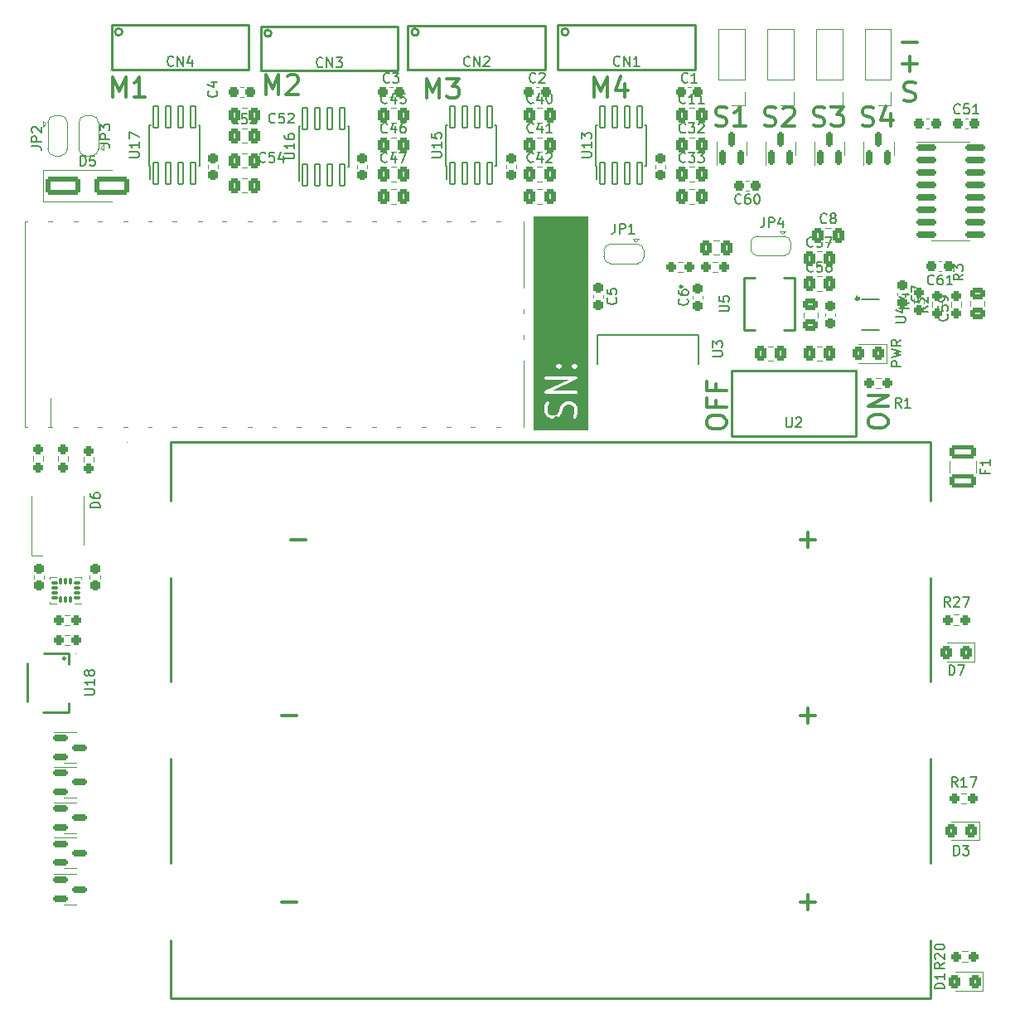
<source format=gbr>
%TF.GenerationSoftware,KiCad,Pcbnew,7.0.2-0*%
%TF.CreationDate,2024-05-31T06:07:32-07:00*%
%TF.ProjectId,version_1,76657273-696f-46e5-9f31-2e6b69636164,rev?*%
%TF.SameCoordinates,Original*%
%TF.FileFunction,Legend,Top*%
%TF.FilePolarity,Positive*%
%FSLAX46Y46*%
G04 Gerber Fmt 4.6, Leading zero omitted, Abs format (unit mm)*
G04 Created by KiCad (PCBNEW 7.0.2-0) date 2024-05-31 06:07:32*
%MOMM*%
%LPD*%
G01*
G04 APERTURE LIST*
G04 Aperture macros list*
%AMRoundRect*
0 Rectangle with rounded corners*
0 $1 Rounding radius*
0 $2 $3 $4 $5 $6 $7 $8 $9 X,Y pos of 4 corners*
0 Add a 4 corners polygon primitive as box body*
4,1,4,$2,$3,$4,$5,$6,$7,$8,$9,$2,$3,0*
0 Add four circle primitives for the rounded corners*
1,1,$1+$1,$2,$3*
1,1,$1+$1,$4,$5*
1,1,$1+$1,$6,$7*
1,1,$1+$1,$8,$9*
0 Add four rect primitives between the rounded corners*
20,1,$1+$1,$2,$3,$4,$5,0*
20,1,$1+$1,$4,$5,$6,$7,0*
20,1,$1+$1,$6,$7,$8,$9,0*
20,1,$1+$1,$8,$9,$2,$3,0*%
%AMFreePoly0*
4,1,19,0.550000,-0.750000,0.000000,-0.750000,0.000000,-0.744911,-0.071157,-0.744911,-0.207708,-0.704816,-0.327430,-0.627875,-0.420627,-0.520320,-0.479746,-0.390866,-0.500000,-0.250000,-0.500000,0.250000,-0.479746,0.390866,-0.420627,0.520320,-0.327430,0.627875,-0.207708,0.704816,-0.071157,0.744911,0.000000,0.744911,0.000000,0.750000,0.550000,0.750000,0.550000,-0.750000,0.550000,-0.750000,
$1*%
%AMFreePoly1*
4,1,19,0.000000,0.744911,0.071157,0.744911,0.207708,0.704816,0.327430,0.627875,0.420627,0.520320,0.479746,0.390866,0.500000,0.250000,0.500000,-0.250000,0.479746,-0.390866,0.420627,-0.520320,0.327430,-0.627875,0.207708,-0.704816,0.071157,-0.744911,0.000000,-0.744911,0.000000,-0.750000,-0.550000,-0.750000,-0.550000,0.750000,0.000000,0.750000,0.000000,0.744911,0.000000,0.744911,
$1*%
G04 Aperture macros list end*
%ADD10C,0.300000*%
%ADD11C,0.304800*%
%ADD12C,0.150000*%
%ADD13C,0.120000*%
%ADD14C,0.254000*%
%ADD15C,0.059995*%
%ADD16C,0.152400*%
%ADD17RoundRect,0.250000X-0.337500X-0.475000X0.337500X-0.475000X0.337500X0.475000X-0.337500X0.475000X0*%
%ADD18R,1.700000X1.700000*%
%ADD19O,1.700000X1.700000*%
%ADD20RoundRect,0.237500X0.300000X0.237500X-0.300000X0.237500X-0.300000X-0.237500X0.300000X-0.237500X0*%
%ADD21RoundRect,0.237500X0.250000X0.237500X-0.250000X0.237500X-0.250000X-0.237500X0.250000X-0.237500X0*%
%ADD22FreePoly0,270.000000*%
%ADD23R,1.500000X1.000000*%
%ADD24FreePoly1,270.000000*%
%ADD25RoundRect,0.150000X-0.850000X-0.150000X0.850000X-0.150000X0.850000X0.150000X-0.850000X0.150000X0*%
%ADD26FreePoly0,90.000000*%
%ADD27FreePoly1,90.000000*%
%ADD28RoundRect,0.237500X-0.237500X0.300000X-0.237500X-0.300000X0.237500X-0.300000X0.237500X0.300000X0*%
%ADD29FreePoly0,180.000000*%
%ADD30R,1.000000X1.500000*%
%ADD31FreePoly1,180.000000*%
%ADD32C,1.600000*%
%ADD33RoundRect,0.237500X0.237500X-0.300000X0.237500X0.300000X-0.237500X0.300000X-0.237500X-0.300000X0*%
%ADD34RoundRect,0.237500X-0.250000X-0.237500X0.250000X-0.237500X0.250000X0.237500X-0.250000X0.237500X0*%
%ADD35R,3.100000X2.400000*%
%ADD36RoundRect,0.070000X0.250000X-1.100000X0.250000X1.100000X-0.250000X1.100000X-0.250000X-1.100000X0*%
%ADD37C,0.770000*%
%ADD38R,1.550013X0.600000*%
%ADD39R,1.800000X1.200000*%
%ADD40R,2.500000X1.900000*%
%ADD41C,3.200000*%
%ADD42RoundRect,0.237500X-0.300000X-0.237500X0.300000X-0.237500X0.300000X0.237500X-0.300000X0.237500X0*%
%ADD43RoundRect,0.237500X0.237500X-0.250000X0.237500X0.250000X-0.237500X0.250000X-0.237500X-0.250000X0*%
%ADD44RoundRect,0.150000X-0.587500X-0.150000X0.587500X-0.150000X0.587500X0.150000X-0.587500X0.150000X0*%
%ADD45R,1.072009X0.532004*%
%ADD46RoundRect,0.250000X0.325000X0.450000X-0.325000X0.450000X-0.325000X-0.450000X0.325000X-0.450000X0*%
%ADD47RoundRect,0.250000X-0.475000X0.337500X-0.475000X-0.337500X0.475000X-0.337500X0.475000X0.337500X0*%
%ADD48RoundRect,0.150000X0.150000X-0.587500X0.150000X0.587500X-0.150000X0.587500X-0.150000X-0.587500X0*%
%ADD49RoundRect,0.250001X-1.074999X0.462499X-1.074999X-0.462499X1.074999X-0.462499X1.074999X0.462499X0*%
%ADD50O,1.800000X1.800000*%
%ADD51O,1.500000X1.500000*%
%ADD52R,1.700000X3.500000*%
%ADD53R,3.500000X1.700000*%
%ADD54RoundRect,0.250000X0.337500X0.475000X-0.337500X0.475000X-0.337500X-0.475000X0.337500X-0.475000X0*%
%ADD55RoundRect,0.250000X-1.500000X-0.650000X1.500000X-0.650000X1.500000X0.650000X-1.500000X0.650000X0*%
%ADD56C,2.500000*%
%ADD57C,1.800000*%
%ADD58R,5.200000X7.400000*%
%ADD59RoundRect,0.087500X0.225000X0.087500X-0.225000X0.087500X-0.225000X-0.087500X0.225000X-0.087500X0*%
%ADD60RoundRect,0.087500X0.087500X0.225000X-0.087500X0.225000X-0.087500X-0.225000X0.087500X-0.225000X0*%
%ADD61RoundRect,0.237500X-0.237500X0.250000X-0.237500X-0.250000X0.237500X-0.250000X0.237500X0.250000X0*%
%ADD62RoundRect,0.250000X0.475000X-0.337500X0.475000X0.337500X-0.475000X0.337500X-0.475000X-0.337500X0*%
%ADD63R,1.134011X3.358547*%
%ADD64R,10.566421X7.180544*%
%ADD65R,1.100000X2.000000*%
G04 APERTURE END LIST*
D10*
X110463896Y-22216377D02*
X111987706Y-22216377D01*
X100000000Y-72993333D02*
X101523810Y-72993333D01*
X100761905Y-73755238D02*
X100761905Y-72231428D01*
X48000000Y-72993333D02*
X49523810Y-72993333D01*
X61816190Y-27897211D02*
X61816190Y-25897211D01*
X61816190Y-25897211D02*
X62482857Y-27325782D01*
X62482857Y-27325782D02*
X63149523Y-25897211D01*
X63149523Y-25897211D02*
X63149523Y-27897211D01*
X63911428Y-25897211D02*
X65149523Y-25897211D01*
X65149523Y-25897211D02*
X64482856Y-26659115D01*
X64482856Y-26659115D02*
X64768571Y-26659115D01*
X64768571Y-26659115D02*
X64959047Y-26754353D01*
X64959047Y-26754353D02*
X65054285Y-26849592D01*
X65054285Y-26849592D02*
X65149523Y-27040068D01*
X65149523Y-27040068D02*
X65149523Y-27516258D01*
X65149523Y-27516258D02*
X65054285Y-27706734D01*
X65054285Y-27706734D02*
X64959047Y-27801973D01*
X64959047Y-27801973D02*
X64768571Y-27897211D01*
X64768571Y-27897211D02*
X64197142Y-27897211D01*
X64197142Y-27897211D02*
X64006666Y-27801973D01*
X64006666Y-27801973D02*
X63911428Y-27706734D01*
X45401190Y-27516211D02*
X45401190Y-25516211D01*
X45401190Y-25516211D02*
X46067857Y-26944782D01*
X46067857Y-26944782D02*
X46734523Y-25516211D01*
X46734523Y-25516211D02*
X46734523Y-27516211D01*
X47591666Y-25706687D02*
X47686904Y-25611449D01*
X47686904Y-25611449D02*
X47877380Y-25516211D01*
X47877380Y-25516211D02*
X48353571Y-25516211D01*
X48353571Y-25516211D02*
X48544047Y-25611449D01*
X48544047Y-25611449D02*
X48639285Y-25706687D01*
X48639285Y-25706687D02*
X48734523Y-25897163D01*
X48734523Y-25897163D02*
X48734523Y-26087639D01*
X48734523Y-26087639D02*
X48639285Y-26373353D01*
X48639285Y-26373353D02*
X47496428Y-27516211D01*
X47496428Y-27516211D02*
X48734523Y-27516211D01*
X100000000Y-90993333D02*
X101523810Y-90993333D01*
X100761905Y-91755238D02*
X100761905Y-90231428D01*
X110463896Y-24445905D02*
X111987706Y-24445905D01*
X111225801Y-25207810D02*
X111225801Y-23684000D01*
X29749190Y-27770211D02*
X29749190Y-25770211D01*
X29749190Y-25770211D02*
X30415857Y-27198782D01*
X30415857Y-27198782D02*
X31082523Y-25770211D01*
X31082523Y-25770211D02*
X31082523Y-27770211D01*
X33082523Y-27770211D02*
X31939666Y-27770211D01*
X32511094Y-27770211D02*
X32511094Y-25770211D01*
X32511094Y-25770211D02*
X32320618Y-26055925D01*
X32320618Y-26055925D02*
X32130142Y-26246401D01*
X32130142Y-26246401D02*
X31939666Y-26341639D01*
X47000000Y-90993333D02*
X48523810Y-90993333D01*
X100000000Y-109993333D02*
X101523810Y-109993333D01*
X100761905Y-110755238D02*
X100761905Y-109231428D01*
X106380952Y-30702973D02*
X106666666Y-30798211D01*
X106666666Y-30798211D02*
X107142857Y-30798211D01*
X107142857Y-30798211D02*
X107333333Y-30702973D01*
X107333333Y-30702973D02*
X107428571Y-30607734D01*
X107428571Y-30607734D02*
X107523809Y-30417258D01*
X107523809Y-30417258D02*
X107523809Y-30226782D01*
X107523809Y-30226782D02*
X107428571Y-30036306D01*
X107428571Y-30036306D02*
X107333333Y-29941068D01*
X107333333Y-29941068D02*
X107142857Y-29845830D01*
X107142857Y-29845830D02*
X106761904Y-29750592D01*
X106761904Y-29750592D02*
X106571428Y-29655353D01*
X106571428Y-29655353D02*
X106476190Y-29560115D01*
X106476190Y-29560115D02*
X106380952Y-29369639D01*
X106380952Y-29369639D02*
X106380952Y-29179163D01*
X106380952Y-29179163D02*
X106476190Y-28988687D01*
X106476190Y-28988687D02*
X106571428Y-28893449D01*
X106571428Y-28893449D02*
X106761904Y-28798211D01*
X106761904Y-28798211D02*
X107238095Y-28798211D01*
X107238095Y-28798211D02*
X107523809Y-28893449D01*
X109238095Y-29464877D02*
X109238095Y-30798211D01*
X108761904Y-28702973D02*
X108285714Y-30131544D01*
X108285714Y-30131544D02*
X109523809Y-30131544D01*
X106975238Y-61118333D02*
X106975238Y-60737380D01*
X106975238Y-60737380D02*
X107070476Y-60546904D01*
X107070476Y-60546904D02*
X107260952Y-60356428D01*
X107260952Y-60356428D02*
X107641904Y-60261190D01*
X107641904Y-60261190D02*
X108308571Y-60261190D01*
X108308571Y-60261190D02*
X108689523Y-60356428D01*
X108689523Y-60356428D02*
X108880000Y-60546904D01*
X108880000Y-60546904D02*
X108975238Y-60737380D01*
X108975238Y-60737380D02*
X108975238Y-61118333D01*
X108975238Y-61118333D02*
X108880000Y-61308809D01*
X108880000Y-61308809D02*
X108689523Y-61499285D01*
X108689523Y-61499285D02*
X108308571Y-61594523D01*
X108308571Y-61594523D02*
X107641904Y-61594523D01*
X107641904Y-61594523D02*
X107260952Y-61499285D01*
X107260952Y-61499285D02*
X107070476Y-61308809D01*
X107070476Y-61308809D02*
X106975238Y-61118333D01*
X108975238Y-59404047D02*
X106975238Y-59404047D01*
X106975238Y-59404047D02*
X108975238Y-58261190D01*
X108975238Y-58261190D02*
X106975238Y-58261190D01*
X90465238Y-61181667D02*
X90465238Y-60800714D01*
X90465238Y-60800714D02*
X90560476Y-60610238D01*
X90560476Y-60610238D02*
X90750952Y-60419762D01*
X90750952Y-60419762D02*
X91131904Y-60324524D01*
X91131904Y-60324524D02*
X91798571Y-60324524D01*
X91798571Y-60324524D02*
X92179523Y-60419762D01*
X92179523Y-60419762D02*
X92370000Y-60610238D01*
X92370000Y-60610238D02*
X92465238Y-60800714D01*
X92465238Y-60800714D02*
X92465238Y-61181667D01*
X92465238Y-61181667D02*
X92370000Y-61372143D01*
X92370000Y-61372143D02*
X92179523Y-61562619D01*
X92179523Y-61562619D02*
X91798571Y-61657857D01*
X91798571Y-61657857D02*
X91131904Y-61657857D01*
X91131904Y-61657857D02*
X90750952Y-61562619D01*
X90750952Y-61562619D02*
X90560476Y-61372143D01*
X90560476Y-61372143D02*
X90465238Y-61181667D01*
X91417619Y-58800714D02*
X91417619Y-59467381D01*
X92465238Y-59467381D02*
X90465238Y-59467381D01*
X90465238Y-59467381D02*
X90465238Y-58515000D01*
X91417619Y-57086428D02*
X91417619Y-57753095D01*
X92465238Y-57753095D02*
X90465238Y-57753095D01*
X90465238Y-57753095D02*
X90465238Y-56800714D01*
X78961190Y-27770211D02*
X78961190Y-25770211D01*
X78961190Y-25770211D02*
X79627857Y-27198782D01*
X79627857Y-27198782D02*
X80294523Y-25770211D01*
X80294523Y-25770211D02*
X80294523Y-27770211D01*
X82104047Y-26436877D02*
X82104047Y-27770211D01*
X81627856Y-25674973D02*
X81151666Y-27103544D01*
X81151666Y-27103544D02*
X82389761Y-27103544D01*
D11*
G36*
X78362629Y-61852629D02*
G01*
X72767371Y-61852629D01*
X72767371Y-59417724D01*
X73893027Y-59417724D01*
X73896582Y-59424614D01*
X73896582Y-59990028D01*
X73895277Y-60032417D01*
X73908254Y-60054046D01*
X73915362Y-60078252D01*
X73930808Y-60091636D01*
X74054164Y-60297228D01*
X74062184Y-60322714D01*
X74093629Y-60348918D01*
X74123727Y-60376666D01*
X74127778Y-60377376D01*
X74225725Y-60458999D01*
X74239346Y-60478704D01*
X74279673Y-60495507D01*
X74319695Y-60512861D01*
X74320864Y-60512669D01*
X74558499Y-60611684D01*
X74584805Y-60628590D01*
X74621222Y-60628590D01*
X74657428Y-60632559D01*
X74665398Y-60628590D01*
X74906362Y-60628590D01*
X74937149Y-60634078D01*
X74970765Y-60620070D01*
X75005712Y-60609810D01*
X75011543Y-60603080D01*
X75249541Y-60503913D01*
X75273312Y-60500962D01*
X75306847Y-60473015D01*
X75340783Y-60445552D01*
X75341155Y-60444425D01*
X75438977Y-60362907D01*
X75462927Y-60351066D01*
X75483989Y-60315961D01*
X75506778Y-60281961D01*
X75506857Y-60277848D01*
X75618348Y-60092029D01*
X75633525Y-60079034D01*
X75640904Y-60054435D01*
X75642366Y-60052000D01*
X75647185Y-60033499D01*
X75786046Y-59570628D01*
X75908094Y-59367216D01*
X76015713Y-59277533D01*
X76256605Y-59177161D01*
X76485930Y-59177161D01*
X76726824Y-59277534D01*
X76834441Y-59367214D01*
X76944582Y-59550782D01*
X76944582Y-60083982D01*
X76802202Y-60439935D01*
X76795885Y-60506295D01*
X76836919Y-60585831D01*
X76914439Y-60630557D01*
X77003833Y-60626273D01*
X77076721Y-60574338D01*
X77233069Y-60183465D01*
X77249382Y-60158082D01*
X77249382Y-60120572D01*
X77252937Y-60083227D01*
X77249382Y-60076336D01*
X77249382Y-59510922D01*
X77250687Y-59468534D01*
X77237709Y-59446903D01*
X77230602Y-59422699D01*
X77215155Y-59409315D01*
X77091799Y-59203719D01*
X77083781Y-59178237D01*
X77052342Y-59152037D01*
X77022238Y-59124285D01*
X77018186Y-59123574D01*
X76920239Y-59041952D01*
X76906620Y-59022248D01*
X76866313Y-59005453D01*
X76826269Y-58988090D01*
X76825099Y-58988281D01*
X76587466Y-58889266D01*
X76561160Y-58872361D01*
X76524743Y-58872361D01*
X76488537Y-58868392D01*
X76480566Y-58872361D01*
X76239603Y-58872361D01*
X76208816Y-58866873D01*
X76175199Y-58880879D01*
X76140253Y-58891141D01*
X76134421Y-58897870D01*
X75896423Y-58997037D01*
X75872654Y-58999989D01*
X75839124Y-59027930D01*
X75805181Y-59055401D01*
X75804809Y-59056526D01*
X75706988Y-59138043D01*
X75683038Y-59149885D01*
X75661974Y-59184991D01*
X75639187Y-59218990D01*
X75639107Y-59223101D01*
X75527615Y-59408922D01*
X75512440Y-59421917D01*
X75505061Y-59446511D01*
X75503598Y-59448951D01*
X75498774Y-59467467D01*
X75359918Y-59930321D01*
X75237868Y-60133738D01*
X75130251Y-60223418D01*
X74889360Y-60323790D01*
X74660034Y-60323790D01*
X74419138Y-60223417D01*
X74311523Y-60133737D01*
X74201382Y-59950167D01*
X74201382Y-59416969D01*
X74343763Y-59061016D01*
X74350080Y-58994656D01*
X74309046Y-58915120D01*
X74231527Y-58870394D01*
X74142132Y-58874678D01*
X74069244Y-58926613D01*
X73912894Y-59317486D01*
X73896582Y-59342870D01*
X73896582Y-59380378D01*
X73893027Y-59417724D01*
X72767371Y-59417724D01*
X72767371Y-57938734D01*
X73890169Y-57938734D01*
X73893233Y-57948583D01*
X73891765Y-57958794D01*
X73906336Y-57990700D01*
X73916755Y-58024191D01*
X73924657Y-58030820D01*
X73928943Y-58040204D01*
X73958451Y-58059168D01*
X73985323Y-58081709D01*
X73995555Y-58083013D01*
X74004233Y-58088590D01*
X74039307Y-58088590D01*
X74074102Y-58093025D01*
X74083415Y-58088590D01*
X77118894Y-58088590D01*
X77182854Y-58069810D01*
X77241462Y-58002172D01*
X77254199Y-57913586D01*
X77217021Y-57832176D01*
X77141731Y-57783790D01*
X74723495Y-57783790D01*
X77151550Y-56627572D01*
X77182854Y-56618381D01*
X77205823Y-56591872D01*
X77231960Y-56568482D01*
X77234707Y-56558538D01*
X77241462Y-56550743D01*
X77246453Y-56516025D01*
X77255795Y-56482217D01*
X77252730Y-56472367D01*
X77254199Y-56462157D01*
X77239627Y-56430250D01*
X77229209Y-56396760D01*
X77221306Y-56390130D01*
X77217021Y-56380747D01*
X77187512Y-56361782D01*
X77160641Y-56339242D01*
X77150408Y-56337937D01*
X77141731Y-56332361D01*
X77106657Y-56332361D01*
X77071862Y-56327926D01*
X77062549Y-56332361D01*
X74027070Y-56332361D01*
X73963110Y-56351141D01*
X73904502Y-56418779D01*
X73891765Y-56507365D01*
X73928943Y-56588775D01*
X74004233Y-56637161D01*
X76422469Y-56637161D01*
X73994413Y-57793378D01*
X73963110Y-57802570D01*
X73940140Y-57829078D01*
X73914004Y-57852469D01*
X73911256Y-57862412D01*
X73904502Y-57870208D01*
X73899510Y-57904925D01*
X73890169Y-57938734D01*
X72767371Y-57938734D01*
X72767371Y-55278297D01*
X75051320Y-55278297D01*
X75054338Y-55287890D01*
X75052908Y-55297842D01*
X75057085Y-55306989D01*
X75056892Y-55317043D01*
X75070431Y-55339030D01*
X75078184Y-55363668D01*
X75085908Y-55370105D01*
X75090086Y-55379252D01*
X75098547Y-55384689D01*
X75103819Y-55393251D01*
X75127097Y-55404428D01*
X75238562Y-55497315D01*
X75248961Y-55514203D01*
X75272243Y-55525382D01*
X75274538Y-55527295D01*
X75291941Y-55534841D01*
X75329639Y-55552943D01*
X75332786Y-55552552D01*
X75335696Y-55553814D01*
X75376962Y-55547066D01*
X75418455Y-55541915D01*
X75420891Y-55539884D01*
X75424021Y-55539373D01*
X75455089Y-55511386D01*
X75566034Y-55418932D01*
X75569163Y-55418421D01*
X75576633Y-55411691D01*
X75586283Y-55408858D01*
X75607481Y-55384392D01*
X75614809Y-55378287D01*
X75616473Y-55375803D01*
X75635659Y-55358521D01*
X75638305Y-55348819D01*
X75644891Y-55341220D01*
X75646321Y-55331268D01*
X75651921Y-55322914D01*
X75652418Y-55297094D01*
X75657547Y-55278297D01*
X76647892Y-55278297D01*
X76650910Y-55287890D01*
X76649480Y-55297842D01*
X76653657Y-55306989D01*
X76653464Y-55317043D01*
X76667003Y-55339030D01*
X76674756Y-55363668D01*
X76682480Y-55370105D01*
X76686658Y-55379252D01*
X76695119Y-55384689D01*
X76700391Y-55393251D01*
X76723669Y-55404428D01*
X76835134Y-55497315D01*
X76845533Y-55514203D01*
X76868814Y-55525382D01*
X76871110Y-55527295D01*
X76888519Y-55534843D01*
X76926212Y-55552943D01*
X76929358Y-55552552D01*
X76932268Y-55553814D01*
X76973546Y-55547065D01*
X77015027Y-55541914D01*
X77017461Y-55539884D01*
X77020593Y-55539373D01*
X77051675Y-55511373D01*
X77162605Y-55418932D01*
X77165733Y-55418421D01*
X77173203Y-55411691D01*
X77182854Y-55408858D01*
X77204052Y-55384392D01*
X77211380Y-55378287D01*
X77213046Y-55375801D01*
X77232229Y-55358521D01*
X77234875Y-55348821D01*
X77241462Y-55341220D01*
X77242893Y-55331267D01*
X77248492Y-55322913D01*
X77248989Y-55297091D01*
X77255786Y-55272180D01*
X77252767Y-55262588D01*
X77254199Y-55252634D01*
X77250021Y-55243486D01*
X77250215Y-55233433D01*
X77236674Y-55211442D01*
X77228923Y-55186809D01*
X77221198Y-55180371D01*
X77217021Y-55171224D01*
X77208561Y-55165787D01*
X77203289Y-55157225D01*
X77180008Y-55146046D01*
X77068544Y-55053158D01*
X77058146Y-55036272D01*
X77034868Y-55025094D01*
X77032572Y-55023181D01*
X77015152Y-55015627D01*
X76977468Y-54997532D01*
X76974323Y-54997922D01*
X76971414Y-54996661D01*
X76930141Y-55003408D01*
X76888653Y-55008561D01*
X76886217Y-55010590D01*
X76883089Y-55011102D01*
X76852017Y-55039090D01*
X76741072Y-55131544D01*
X76737945Y-55132056D01*
X76730475Y-55138784D01*
X76720825Y-55141618D01*
X76699626Y-55166083D01*
X76692299Y-55172189D01*
X76690633Y-55174673D01*
X76671449Y-55191955D01*
X76668802Y-55201656D01*
X76662217Y-55209256D01*
X76660786Y-55219207D01*
X76655187Y-55227562D01*
X76654689Y-55253381D01*
X76647892Y-55278297D01*
X75657547Y-55278297D01*
X75659216Y-55272180D01*
X75656197Y-55262586D01*
X75657628Y-55252634D01*
X75653451Y-55243488D01*
X75653645Y-55233433D01*
X75640103Y-55211441D01*
X75632352Y-55186809D01*
X75624627Y-55180372D01*
X75620450Y-55171224D01*
X75611990Y-55165787D01*
X75606718Y-55157225D01*
X75583435Y-55146045D01*
X75471972Y-55053159D01*
X75461574Y-55036272D01*
X75438293Y-55025093D01*
X75435999Y-55023181D01*
X75418589Y-55015631D01*
X75380896Y-54997532D01*
X75377750Y-54997922D01*
X75374841Y-54996661D01*
X75333565Y-55003409D01*
X75292081Y-55008561D01*
X75289645Y-55010590D01*
X75286516Y-55011102D01*
X75255445Y-55039090D01*
X75144500Y-55131544D01*
X75141373Y-55132056D01*
X75133903Y-55138784D01*
X75124253Y-55141618D01*
X75103054Y-55166083D01*
X75095727Y-55172189D01*
X75094061Y-55174673D01*
X75074877Y-55191955D01*
X75072230Y-55201656D01*
X75065645Y-55209256D01*
X75064214Y-55219207D01*
X75058615Y-55227562D01*
X75058117Y-55253381D01*
X75051320Y-55278297D01*
X72767371Y-55278297D01*
X72767371Y-39977181D01*
X78362629Y-39977181D01*
X78362629Y-61852629D01*
G37*
D10*
X110634870Y-28157374D02*
X110920584Y-28252612D01*
X110920584Y-28252612D02*
X111396775Y-28252612D01*
X111396775Y-28252612D02*
X111587251Y-28157374D01*
X111587251Y-28157374D02*
X111682489Y-28062135D01*
X111682489Y-28062135D02*
X111777727Y-27871659D01*
X111777727Y-27871659D02*
X111777727Y-27681183D01*
X111777727Y-27681183D02*
X111682489Y-27490707D01*
X111682489Y-27490707D02*
X111587251Y-27395469D01*
X111587251Y-27395469D02*
X111396775Y-27300231D01*
X111396775Y-27300231D02*
X111015822Y-27204993D01*
X111015822Y-27204993D02*
X110825346Y-27109754D01*
X110825346Y-27109754D02*
X110730108Y-27014516D01*
X110730108Y-27014516D02*
X110634870Y-26824040D01*
X110634870Y-26824040D02*
X110634870Y-26633564D01*
X110634870Y-26633564D02*
X110730108Y-26443088D01*
X110730108Y-26443088D02*
X110825346Y-26347850D01*
X110825346Y-26347850D02*
X111015822Y-26252612D01*
X111015822Y-26252612D02*
X111492013Y-26252612D01*
X111492013Y-26252612D02*
X111777727Y-26347850D01*
X91380952Y-30702973D02*
X91666666Y-30798211D01*
X91666666Y-30798211D02*
X92142857Y-30798211D01*
X92142857Y-30798211D02*
X92333333Y-30702973D01*
X92333333Y-30702973D02*
X92428571Y-30607734D01*
X92428571Y-30607734D02*
X92523809Y-30417258D01*
X92523809Y-30417258D02*
X92523809Y-30226782D01*
X92523809Y-30226782D02*
X92428571Y-30036306D01*
X92428571Y-30036306D02*
X92333333Y-29941068D01*
X92333333Y-29941068D02*
X92142857Y-29845830D01*
X92142857Y-29845830D02*
X91761904Y-29750592D01*
X91761904Y-29750592D02*
X91571428Y-29655353D01*
X91571428Y-29655353D02*
X91476190Y-29560115D01*
X91476190Y-29560115D02*
X91380952Y-29369639D01*
X91380952Y-29369639D02*
X91380952Y-29179163D01*
X91380952Y-29179163D02*
X91476190Y-28988687D01*
X91476190Y-28988687D02*
X91571428Y-28893449D01*
X91571428Y-28893449D02*
X91761904Y-28798211D01*
X91761904Y-28798211D02*
X92238095Y-28798211D01*
X92238095Y-28798211D02*
X92523809Y-28893449D01*
X94428571Y-30798211D02*
X93285714Y-30798211D01*
X93857142Y-30798211D02*
X93857142Y-28798211D01*
X93857142Y-28798211D02*
X93666666Y-29083925D01*
X93666666Y-29083925D02*
X93476190Y-29274401D01*
X93476190Y-29274401D02*
X93285714Y-29369639D01*
X96380952Y-30702973D02*
X96666666Y-30798211D01*
X96666666Y-30798211D02*
X97142857Y-30798211D01*
X97142857Y-30798211D02*
X97333333Y-30702973D01*
X97333333Y-30702973D02*
X97428571Y-30607734D01*
X97428571Y-30607734D02*
X97523809Y-30417258D01*
X97523809Y-30417258D02*
X97523809Y-30226782D01*
X97523809Y-30226782D02*
X97428571Y-30036306D01*
X97428571Y-30036306D02*
X97333333Y-29941068D01*
X97333333Y-29941068D02*
X97142857Y-29845830D01*
X97142857Y-29845830D02*
X96761904Y-29750592D01*
X96761904Y-29750592D02*
X96571428Y-29655353D01*
X96571428Y-29655353D02*
X96476190Y-29560115D01*
X96476190Y-29560115D02*
X96380952Y-29369639D01*
X96380952Y-29369639D02*
X96380952Y-29179163D01*
X96380952Y-29179163D02*
X96476190Y-28988687D01*
X96476190Y-28988687D02*
X96571428Y-28893449D01*
X96571428Y-28893449D02*
X96761904Y-28798211D01*
X96761904Y-28798211D02*
X97238095Y-28798211D01*
X97238095Y-28798211D02*
X97523809Y-28893449D01*
X98285714Y-28988687D02*
X98380952Y-28893449D01*
X98380952Y-28893449D02*
X98571428Y-28798211D01*
X98571428Y-28798211D02*
X99047619Y-28798211D01*
X99047619Y-28798211D02*
X99238095Y-28893449D01*
X99238095Y-28893449D02*
X99333333Y-28988687D01*
X99333333Y-28988687D02*
X99428571Y-29179163D01*
X99428571Y-29179163D02*
X99428571Y-29369639D01*
X99428571Y-29369639D02*
X99333333Y-29655353D01*
X99333333Y-29655353D02*
X98190476Y-30798211D01*
X98190476Y-30798211D02*
X99428571Y-30798211D01*
X101380952Y-30702973D02*
X101666666Y-30798211D01*
X101666666Y-30798211D02*
X102142857Y-30798211D01*
X102142857Y-30798211D02*
X102333333Y-30702973D01*
X102333333Y-30702973D02*
X102428571Y-30607734D01*
X102428571Y-30607734D02*
X102523809Y-30417258D01*
X102523809Y-30417258D02*
X102523809Y-30226782D01*
X102523809Y-30226782D02*
X102428571Y-30036306D01*
X102428571Y-30036306D02*
X102333333Y-29941068D01*
X102333333Y-29941068D02*
X102142857Y-29845830D01*
X102142857Y-29845830D02*
X101761904Y-29750592D01*
X101761904Y-29750592D02*
X101571428Y-29655353D01*
X101571428Y-29655353D02*
X101476190Y-29560115D01*
X101476190Y-29560115D02*
X101380952Y-29369639D01*
X101380952Y-29369639D02*
X101380952Y-29179163D01*
X101380952Y-29179163D02*
X101476190Y-28988687D01*
X101476190Y-28988687D02*
X101571428Y-28893449D01*
X101571428Y-28893449D02*
X101761904Y-28798211D01*
X101761904Y-28798211D02*
X102238095Y-28798211D01*
X102238095Y-28798211D02*
X102523809Y-28893449D01*
X103190476Y-28798211D02*
X104428571Y-28798211D01*
X104428571Y-28798211D02*
X103761904Y-29560115D01*
X103761904Y-29560115D02*
X104047619Y-29560115D01*
X104047619Y-29560115D02*
X104238095Y-29655353D01*
X104238095Y-29655353D02*
X104333333Y-29750592D01*
X104333333Y-29750592D02*
X104428571Y-29941068D01*
X104428571Y-29941068D02*
X104428571Y-30417258D01*
X104428571Y-30417258D02*
X104333333Y-30607734D01*
X104333333Y-30607734D02*
X104238095Y-30702973D01*
X104238095Y-30702973D02*
X104047619Y-30798211D01*
X104047619Y-30798211D02*
X103476190Y-30798211D01*
X103476190Y-30798211D02*
X103285714Y-30702973D01*
X103285714Y-30702973D02*
X103190476Y-30607734D01*
X47000000Y-109993333D02*
X48523810Y-109993333D01*
D12*
%TO.C,C60*%
X93972142Y-38627380D02*
X93924523Y-38675000D01*
X93924523Y-38675000D02*
X93781666Y-38722619D01*
X93781666Y-38722619D02*
X93686428Y-38722619D01*
X93686428Y-38722619D02*
X93543571Y-38675000D01*
X93543571Y-38675000D02*
X93448333Y-38579761D01*
X93448333Y-38579761D02*
X93400714Y-38484523D01*
X93400714Y-38484523D02*
X93353095Y-38294047D01*
X93353095Y-38294047D02*
X93353095Y-38151190D01*
X93353095Y-38151190D02*
X93400714Y-37960714D01*
X93400714Y-37960714D02*
X93448333Y-37865476D01*
X93448333Y-37865476D02*
X93543571Y-37770238D01*
X93543571Y-37770238D02*
X93686428Y-37722619D01*
X93686428Y-37722619D02*
X93781666Y-37722619D01*
X93781666Y-37722619D02*
X93924523Y-37770238D01*
X93924523Y-37770238D02*
X93972142Y-37817857D01*
X94829285Y-37722619D02*
X94638809Y-37722619D01*
X94638809Y-37722619D02*
X94543571Y-37770238D01*
X94543571Y-37770238D02*
X94495952Y-37817857D01*
X94495952Y-37817857D02*
X94400714Y-37960714D01*
X94400714Y-37960714D02*
X94353095Y-38151190D01*
X94353095Y-38151190D02*
X94353095Y-38532142D01*
X94353095Y-38532142D02*
X94400714Y-38627380D01*
X94400714Y-38627380D02*
X94448333Y-38675000D01*
X94448333Y-38675000D02*
X94543571Y-38722619D01*
X94543571Y-38722619D02*
X94734047Y-38722619D01*
X94734047Y-38722619D02*
X94829285Y-38675000D01*
X94829285Y-38675000D02*
X94876904Y-38627380D01*
X94876904Y-38627380D02*
X94924523Y-38532142D01*
X94924523Y-38532142D02*
X94924523Y-38294047D01*
X94924523Y-38294047D02*
X94876904Y-38198809D01*
X94876904Y-38198809D02*
X94829285Y-38151190D01*
X94829285Y-38151190D02*
X94734047Y-38103571D01*
X94734047Y-38103571D02*
X94543571Y-38103571D01*
X94543571Y-38103571D02*
X94448333Y-38151190D01*
X94448333Y-38151190D02*
X94400714Y-38198809D01*
X94400714Y-38198809D02*
X94353095Y-38294047D01*
X95543571Y-37722619D02*
X95638809Y-37722619D01*
X95638809Y-37722619D02*
X95734047Y-37770238D01*
X95734047Y-37770238D02*
X95781666Y-37817857D01*
X95781666Y-37817857D02*
X95829285Y-37913095D01*
X95829285Y-37913095D02*
X95876904Y-38103571D01*
X95876904Y-38103571D02*
X95876904Y-38341666D01*
X95876904Y-38341666D02*
X95829285Y-38532142D01*
X95829285Y-38532142D02*
X95781666Y-38627380D01*
X95781666Y-38627380D02*
X95734047Y-38675000D01*
X95734047Y-38675000D02*
X95638809Y-38722619D01*
X95638809Y-38722619D02*
X95543571Y-38722619D01*
X95543571Y-38722619D02*
X95448333Y-38675000D01*
X95448333Y-38675000D02*
X95400714Y-38627380D01*
X95400714Y-38627380D02*
X95353095Y-38532142D01*
X95353095Y-38532142D02*
X95305476Y-38341666D01*
X95305476Y-38341666D02*
X95305476Y-38103571D01*
X95305476Y-38103571D02*
X95353095Y-37913095D01*
X95353095Y-37913095D02*
X95400714Y-37817857D01*
X95400714Y-37817857D02*
X95448333Y-37770238D01*
X95448333Y-37770238D02*
X95543571Y-37722619D01*
%TO.C,R27*%
X115334616Y-79837619D02*
X115001283Y-79361428D01*
X114763188Y-79837619D02*
X114763188Y-78837619D01*
X114763188Y-78837619D02*
X115144140Y-78837619D01*
X115144140Y-78837619D02*
X115239378Y-78885238D01*
X115239378Y-78885238D02*
X115286997Y-78932857D01*
X115286997Y-78932857D02*
X115334616Y-79028095D01*
X115334616Y-79028095D02*
X115334616Y-79170952D01*
X115334616Y-79170952D02*
X115286997Y-79266190D01*
X115286997Y-79266190D02*
X115239378Y-79313809D01*
X115239378Y-79313809D02*
X115144140Y-79361428D01*
X115144140Y-79361428D02*
X114763188Y-79361428D01*
X115715569Y-78932857D02*
X115763188Y-78885238D01*
X115763188Y-78885238D02*
X115858426Y-78837619D01*
X115858426Y-78837619D02*
X116096521Y-78837619D01*
X116096521Y-78837619D02*
X116191759Y-78885238D01*
X116191759Y-78885238D02*
X116239378Y-78932857D01*
X116239378Y-78932857D02*
X116286997Y-79028095D01*
X116286997Y-79028095D02*
X116286997Y-79123333D01*
X116286997Y-79123333D02*
X116239378Y-79266190D01*
X116239378Y-79266190D02*
X115667950Y-79837619D01*
X115667950Y-79837619D02*
X116286997Y-79837619D01*
X116620331Y-78837619D02*
X117286997Y-78837619D01*
X117286997Y-78837619D02*
X116858426Y-79837619D01*
%TO.C,JP2*%
X21462619Y-32833333D02*
X22176904Y-32833333D01*
X22176904Y-32833333D02*
X22319761Y-32880952D01*
X22319761Y-32880952D02*
X22415000Y-32976190D01*
X22415000Y-32976190D02*
X22462619Y-33119047D01*
X22462619Y-33119047D02*
X22462619Y-33214285D01*
X22462619Y-32357142D02*
X21462619Y-32357142D01*
X21462619Y-32357142D02*
X21462619Y-31976190D01*
X21462619Y-31976190D02*
X21510238Y-31880952D01*
X21510238Y-31880952D02*
X21557857Y-31833333D01*
X21557857Y-31833333D02*
X21653095Y-31785714D01*
X21653095Y-31785714D02*
X21795952Y-31785714D01*
X21795952Y-31785714D02*
X21891190Y-31833333D01*
X21891190Y-31833333D02*
X21938809Y-31880952D01*
X21938809Y-31880952D02*
X21986428Y-31976190D01*
X21986428Y-31976190D02*
X21986428Y-32357142D01*
X21557857Y-31404761D02*
X21510238Y-31357142D01*
X21510238Y-31357142D02*
X21462619Y-31261904D01*
X21462619Y-31261904D02*
X21462619Y-31023809D01*
X21462619Y-31023809D02*
X21510238Y-30928571D01*
X21510238Y-30928571D02*
X21557857Y-30880952D01*
X21557857Y-30880952D02*
X21653095Y-30833333D01*
X21653095Y-30833333D02*
X21748333Y-30833333D01*
X21748333Y-30833333D02*
X21891190Y-30880952D01*
X21891190Y-30880952D02*
X22462619Y-31452380D01*
X22462619Y-31452380D02*
X22462619Y-30833333D01*
%TO.C,JP3*%
X28462619Y-32583333D02*
X29176904Y-32583333D01*
X29176904Y-32583333D02*
X29319761Y-32630952D01*
X29319761Y-32630952D02*
X29415000Y-32726190D01*
X29415000Y-32726190D02*
X29462619Y-32869047D01*
X29462619Y-32869047D02*
X29462619Y-32964285D01*
X29462619Y-32107142D02*
X28462619Y-32107142D01*
X28462619Y-32107142D02*
X28462619Y-31726190D01*
X28462619Y-31726190D02*
X28510238Y-31630952D01*
X28510238Y-31630952D02*
X28557857Y-31583333D01*
X28557857Y-31583333D02*
X28653095Y-31535714D01*
X28653095Y-31535714D02*
X28795952Y-31535714D01*
X28795952Y-31535714D02*
X28891190Y-31583333D01*
X28891190Y-31583333D02*
X28938809Y-31630952D01*
X28938809Y-31630952D02*
X28986428Y-31726190D01*
X28986428Y-31726190D02*
X28986428Y-32107142D01*
X28462619Y-31202380D02*
X28462619Y-30583333D01*
X28462619Y-30583333D02*
X28843571Y-30916666D01*
X28843571Y-30916666D02*
X28843571Y-30773809D01*
X28843571Y-30773809D02*
X28891190Y-30678571D01*
X28891190Y-30678571D02*
X28938809Y-30630952D01*
X28938809Y-30630952D02*
X29034047Y-30583333D01*
X29034047Y-30583333D02*
X29272142Y-30583333D01*
X29272142Y-30583333D02*
X29367380Y-30630952D01*
X29367380Y-30630952D02*
X29415000Y-30678571D01*
X29415000Y-30678571D02*
X29462619Y-30773809D01*
X29462619Y-30773809D02*
X29462619Y-31059523D01*
X29462619Y-31059523D02*
X29415000Y-31154761D01*
X29415000Y-31154761D02*
X29367380Y-31202380D01*
%TO.C,JP4*%
X96321666Y-40102619D02*
X96321666Y-40816904D01*
X96321666Y-40816904D02*
X96274047Y-40959761D01*
X96274047Y-40959761D02*
X96178809Y-41055000D01*
X96178809Y-41055000D02*
X96035952Y-41102619D01*
X96035952Y-41102619D02*
X95940714Y-41102619D01*
X96797857Y-41102619D02*
X96797857Y-40102619D01*
X96797857Y-40102619D02*
X97178809Y-40102619D01*
X97178809Y-40102619D02*
X97274047Y-40150238D01*
X97274047Y-40150238D02*
X97321666Y-40197857D01*
X97321666Y-40197857D02*
X97369285Y-40293095D01*
X97369285Y-40293095D02*
X97369285Y-40435952D01*
X97369285Y-40435952D02*
X97321666Y-40531190D01*
X97321666Y-40531190D02*
X97274047Y-40578809D01*
X97274047Y-40578809D02*
X97178809Y-40626428D01*
X97178809Y-40626428D02*
X96797857Y-40626428D01*
X98226428Y-40435952D02*
X98226428Y-41102619D01*
X97988333Y-40055000D02*
X97750238Y-40769285D01*
X97750238Y-40769285D02*
X98369285Y-40769285D01*
%TO.C,CN3*%
X51212522Y-24664353D02*
X51164903Y-24711973D01*
X51164903Y-24711973D02*
X51022046Y-24759592D01*
X51022046Y-24759592D02*
X50926808Y-24759592D01*
X50926808Y-24759592D02*
X50783951Y-24711973D01*
X50783951Y-24711973D02*
X50688713Y-24616734D01*
X50688713Y-24616734D02*
X50641094Y-24521496D01*
X50641094Y-24521496D02*
X50593475Y-24331020D01*
X50593475Y-24331020D02*
X50593475Y-24188163D01*
X50593475Y-24188163D02*
X50641094Y-23997687D01*
X50641094Y-23997687D02*
X50688713Y-23902449D01*
X50688713Y-23902449D02*
X50783951Y-23807211D01*
X50783951Y-23807211D02*
X50926808Y-23759592D01*
X50926808Y-23759592D02*
X51022046Y-23759592D01*
X51022046Y-23759592D02*
X51164903Y-23807211D01*
X51164903Y-23807211D02*
X51212522Y-23854830D01*
X51641094Y-24759592D02*
X51641094Y-23759592D01*
X51641094Y-23759592D02*
X52212522Y-24759592D01*
X52212522Y-24759592D02*
X52212522Y-23759592D01*
X52593475Y-23759592D02*
X53212522Y-23759592D01*
X53212522Y-23759592D02*
X52879189Y-24140544D01*
X52879189Y-24140544D02*
X53022046Y-24140544D01*
X53022046Y-24140544D02*
X53117284Y-24188163D01*
X53117284Y-24188163D02*
X53164903Y-24235782D01*
X53164903Y-24235782D02*
X53212522Y-24331020D01*
X53212522Y-24331020D02*
X53212522Y-24569115D01*
X53212522Y-24569115D02*
X53164903Y-24664353D01*
X53164903Y-24664353D02*
X53117284Y-24711973D01*
X53117284Y-24711973D02*
X53022046Y-24759592D01*
X53022046Y-24759592D02*
X52736332Y-24759592D01*
X52736332Y-24759592D02*
X52641094Y-24711973D01*
X52641094Y-24711973D02*
X52593475Y-24664353D01*
%TO.C,C6*%
X88472380Y-48426666D02*
X88520000Y-48474285D01*
X88520000Y-48474285D02*
X88567619Y-48617142D01*
X88567619Y-48617142D02*
X88567619Y-48712380D01*
X88567619Y-48712380D02*
X88520000Y-48855237D01*
X88520000Y-48855237D02*
X88424761Y-48950475D01*
X88424761Y-48950475D02*
X88329523Y-48998094D01*
X88329523Y-48998094D02*
X88139047Y-49045713D01*
X88139047Y-49045713D02*
X87996190Y-49045713D01*
X87996190Y-49045713D02*
X87805714Y-48998094D01*
X87805714Y-48998094D02*
X87710476Y-48950475D01*
X87710476Y-48950475D02*
X87615238Y-48855237D01*
X87615238Y-48855237D02*
X87567619Y-48712380D01*
X87567619Y-48712380D02*
X87567619Y-48617142D01*
X87567619Y-48617142D02*
X87615238Y-48474285D01*
X87615238Y-48474285D02*
X87662857Y-48426666D01*
X87567619Y-47569523D02*
X87567619Y-47759999D01*
X87567619Y-47759999D02*
X87615238Y-47855237D01*
X87615238Y-47855237D02*
X87662857Y-47902856D01*
X87662857Y-47902856D02*
X87805714Y-47998094D01*
X87805714Y-47998094D02*
X87996190Y-48045713D01*
X87996190Y-48045713D02*
X88377142Y-48045713D01*
X88377142Y-48045713D02*
X88472380Y-47998094D01*
X88472380Y-47998094D02*
X88520000Y-47950475D01*
X88520000Y-47950475D02*
X88567619Y-47855237D01*
X88567619Y-47855237D02*
X88567619Y-47664761D01*
X88567619Y-47664761D02*
X88520000Y-47569523D01*
X88520000Y-47569523D02*
X88472380Y-47521904D01*
X88472380Y-47521904D02*
X88377142Y-47474285D01*
X88377142Y-47474285D02*
X88139047Y-47474285D01*
X88139047Y-47474285D02*
X88043809Y-47521904D01*
X88043809Y-47521904D02*
X87996190Y-47569523D01*
X87996190Y-47569523D02*
X87948571Y-47664761D01*
X87948571Y-47664761D02*
X87948571Y-47855237D01*
X87948571Y-47855237D02*
X87996190Y-47950475D01*
X87996190Y-47950475D02*
X88043809Y-47998094D01*
X88043809Y-47998094D02*
X88139047Y-48045713D01*
%TO.C,C7*%
X112270880Y-48071666D02*
X112318500Y-48119285D01*
X112318500Y-48119285D02*
X112366119Y-48262142D01*
X112366119Y-48262142D02*
X112366119Y-48357380D01*
X112366119Y-48357380D02*
X112318500Y-48500237D01*
X112318500Y-48500237D02*
X112223261Y-48595475D01*
X112223261Y-48595475D02*
X112128023Y-48643094D01*
X112128023Y-48643094D02*
X111937547Y-48690713D01*
X111937547Y-48690713D02*
X111794690Y-48690713D01*
X111794690Y-48690713D02*
X111604214Y-48643094D01*
X111604214Y-48643094D02*
X111508976Y-48595475D01*
X111508976Y-48595475D02*
X111413738Y-48500237D01*
X111413738Y-48500237D02*
X111366119Y-48357380D01*
X111366119Y-48357380D02*
X111366119Y-48262142D01*
X111366119Y-48262142D02*
X111413738Y-48119285D01*
X111413738Y-48119285D02*
X111461357Y-48071666D01*
X111366119Y-47738332D02*
X111366119Y-47071666D01*
X111366119Y-47071666D02*
X112366119Y-47500237D01*
%TO.C,C42*%
X72748642Y-34374380D02*
X72701023Y-34422000D01*
X72701023Y-34422000D02*
X72558166Y-34469619D01*
X72558166Y-34469619D02*
X72462928Y-34469619D01*
X72462928Y-34469619D02*
X72320071Y-34422000D01*
X72320071Y-34422000D02*
X72224833Y-34326761D01*
X72224833Y-34326761D02*
X72177214Y-34231523D01*
X72177214Y-34231523D02*
X72129595Y-34041047D01*
X72129595Y-34041047D02*
X72129595Y-33898190D01*
X72129595Y-33898190D02*
X72177214Y-33707714D01*
X72177214Y-33707714D02*
X72224833Y-33612476D01*
X72224833Y-33612476D02*
X72320071Y-33517238D01*
X72320071Y-33517238D02*
X72462928Y-33469619D01*
X72462928Y-33469619D02*
X72558166Y-33469619D01*
X72558166Y-33469619D02*
X72701023Y-33517238D01*
X72701023Y-33517238D02*
X72748642Y-33564857D01*
X73605785Y-33802952D02*
X73605785Y-34469619D01*
X73367690Y-33422000D02*
X73129595Y-34136285D01*
X73129595Y-34136285D02*
X73748642Y-34136285D01*
X74081976Y-33564857D02*
X74129595Y-33517238D01*
X74129595Y-33517238D02*
X74224833Y-33469619D01*
X74224833Y-33469619D02*
X74462928Y-33469619D01*
X74462928Y-33469619D02*
X74558166Y-33517238D01*
X74558166Y-33517238D02*
X74605785Y-33564857D01*
X74605785Y-33564857D02*
X74653404Y-33660095D01*
X74653404Y-33660095D02*
X74653404Y-33755333D01*
X74653404Y-33755333D02*
X74605785Y-33898190D01*
X74605785Y-33898190D02*
X74034357Y-34469619D01*
X74034357Y-34469619D02*
X74653404Y-34469619D01*
%TO.C,U17*%
X31462619Y-33967067D02*
X32272142Y-33967067D01*
X32272142Y-33967067D02*
X32367380Y-33919448D01*
X32367380Y-33919448D02*
X32415000Y-33871829D01*
X32415000Y-33871829D02*
X32462619Y-33776591D01*
X32462619Y-33776591D02*
X32462619Y-33586115D01*
X32462619Y-33586115D02*
X32415000Y-33490877D01*
X32415000Y-33490877D02*
X32367380Y-33443258D01*
X32367380Y-33443258D02*
X32272142Y-33395639D01*
X32272142Y-33395639D02*
X31462619Y-33395639D01*
X32462619Y-32395639D02*
X32462619Y-32967067D01*
X32462619Y-32681353D02*
X31462619Y-32681353D01*
X31462619Y-32681353D02*
X31605476Y-32776591D01*
X31605476Y-32776591D02*
X31700714Y-32871829D01*
X31700714Y-32871829D02*
X31748333Y-32967067D01*
X31462619Y-32062305D02*
X31462619Y-31395639D01*
X31462619Y-31395639D02*
X32462619Y-31824210D01*
%TO.C,R17*%
X116080616Y-98252619D02*
X115747283Y-97776428D01*
X115509188Y-98252619D02*
X115509188Y-97252619D01*
X115509188Y-97252619D02*
X115890140Y-97252619D01*
X115890140Y-97252619D02*
X115985378Y-97300238D01*
X115985378Y-97300238D02*
X116032997Y-97347857D01*
X116032997Y-97347857D02*
X116080616Y-97443095D01*
X116080616Y-97443095D02*
X116080616Y-97585952D01*
X116080616Y-97585952D02*
X116032997Y-97681190D01*
X116032997Y-97681190D02*
X115985378Y-97728809D01*
X115985378Y-97728809D02*
X115890140Y-97776428D01*
X115890140Y-97776428D02*
X115509188Y-97776428D01*
X117032997Y-98252619D02*
X116461569Y-98252619D01*
X116747283Y-98252619D02*
X116747283Y-97252619D01*
X116747283Y-97252619D02*
X116652045Y-97395476D01*
X116652045Y-97395476D02*
X116556807Y-97490714D01*
X116556807Y-97490714D02*
X116461569Y-97538333D01*
X117366331Y-97252619D02*
X118032997Y-97252619D01*
X118032997Y-97252619D02*
X117604426Y-98252619D01*
%TO.C,C5*%
X81172380Y-48331666D02*
X81220000Y-48379285D01*
X81220000Y-48379285D02*
X81267619Y-48522142D01*
X81267619Y-48522142D02*
X81267619Y-48617380D01*
X81267619Y-48617380D02*
X81220000Y-48760237D01*
X81220000Y-48760237D02*
X81124761Y-48855475D01*
X81124761Y-48855475D02*
X81029523Y-48903094D01*
X81029523Y-48903094D02*
X80839047Y-48950713D01*
X80839047Y-48950713D02*
X80696190Y-48950713D01*
X80696190Y-48950713D02*
X80505714Y-48903094D01*
X80505714Y-48903094D02*
X80410476Y-48855475D01*
X80410476Y-48855475D02*
X80315238Y-48760237D01*
X80315238Y-48760237D02*
X80267619Y-48617380D01*
X80267619Y-48617380D02*
X80267619Y-48522142D01*
X80267619Y-48522142D02*
X80315238Y-48379285D01*
X80315238Y-48379285D02*
X80362857Y-48331666D01*
X80267619Y-47426904D02*
X80267619Y-47903094D01*
X80267619Y-47903094D02*
X80743809Y-47950713D01*
X80743809Y-47950713D02*
X80696190Y-47903094D01*
X80696190Y-47903094D02*
X80648571Y-47807856D01*
X80648571Y-47807856D02*
X80648571Y-47569761D01*
X80648571Y-47569761D02*
X80696190Y-47474523D01*
X80696190Y-47474523D02*
X80743809Y-47426904D01*
X80743809Y-47426904D02*
X80839047Y-47379285D01*
X80839047Y-47379285D02*
X81077142Y-47379285D01*
X81077142Y-47379285D02*
X81172380Y-47426904D01*
X81172380Y-47426904D02*
X81220000Y-47474523D01*
X81220000Y-47474523D02*
X81267619Y-47569761D01*
X81267619Y-47569761D02*
X81267619Y-47807856D01*
X81267619Y-47807856D02*
X81220000Y-47903094D01*
X81220000Y-47903094D02*
X81172380Y-47950713D01*
%TO.C,U18*%
X26895643Y-88838122D02*
X27705166Y-88838122D01*
X27705166Y-88838122D02*
X27800404Y-88790503D01*
X27800404Y-88790503D02*
X27848024Y-88742884D01*
X27848024Y-88742884D02*
X27895643Y-88647646D01*
X27895643Y-88647646D02*
X27895643Y-88457170D01*
X27895643Y-88457170D02*
X27848024Y-88361932D01*
X27848024Y-88361932D02*
X27800404Y-88314313D01*
X27800404Y-88314313D02*
X27705166Y-88266694D01*
X27705166Y-88266694D02*
X26895643Y-88266694D01*
X27895643Y-87266694D02*
X27895643Y-87838122D01*
X27895643Y-87552408D02*
X26895643Y-87552408D01*
X26895643Y-87552408D02*
X27038500Y-87647646D01*
X27038500Y-87647646D02*
X27133738Y-87742884D01*
X27133738Y-87742884D02*
X27181357Y-87838122D01*
X27324214Y-86695265D02*
X27276595Y-86790503D01*
X27276595Y-86790503D02*
X27228976Y-86838122D01*
X27228976Y-86838122D02*
X27133738Y-86885741D01*
X27133738Y-86885741D02*
X27086119Y-86885741D01*
X27086119Y-86885741D02*
X26990881Y-86838122D01*
X26990881Y-86838122D02*
X26943262Y-86790503D01*
X26943262Y-86790503D02*
X26895643Y-86695265D01*
X26895643Y-86695265D02*
X26895643Y-86504789D01*
X26895643Y-86504789D02*
X26943262Y-86409551D01*
X26943262Y-86409551D02*
X26990881Y-86361932D01*
X26990881Y-86361932D02*
X27086119Y-86314313D01*
X27086119Y-86314313D02*
X27133738Y-86314313D01*
X27133738Y-86314313D02*
X27228976Y-86361932D01*
X27228976Y-86361932D02*
X27276595Y-86409551D01*
X27276595Y-86409551D02*
X27324214Y-86504789D01*
X27324214Y-86504789D02*
X27324214Y-86695265D01*
X27324214Y-86695265D02*
X27371833Y-86790503D01*
X27371833Y-86790503D02*
X27419452Y-86838122D01*
X27419452Y-86838122D02*
X27514690Y-86885741D01*
X27514690Y-86885741D02*
X27705166Y-86885741D01*
X27705166Y-86885741D02*
X27800404Y-86838122D01*
X27800404Y-86838122D02*
X27848024Y-86790503D01*
X27848024Y-86790503D02*
X27895643Y-86695265D01*
X27895643Y-86695265D02*
X27895643Y-86504789D01*
X27895643Y-86504789D02*
X27848024Y-86409551D01*
X27848024Y-86409551D02*
X27800404Y-86361932D01*
X27800404Y-86361932D02*
X27705166Y-86314313D01*
X27705166Y-86314313D02*
X27514690Y-86314313D01*
X27514690Y-86314313D02*
X27419452Y-86361932D01*
X27419452Y-86361932D02*
X27371833Y-86409551D01*
X27371833Y-86409551D02*
X27324214Y-86504789D01*
%TO.C,U5*%
X91745119Y-49680404D02*
X92554642Y-49680404D01*
X92554642Y-49680404D02*
X92649880Y-49632785D01*
X92649880Y-49632785D02*
X92697500Y-49585166D01*
X92697500Y-49585166D02*
X92745119Y-49489928D01*
X92745119Y-49489928D02*
X92745119Y-49299452D01*
X92745119Y-49299452D02*
X92697500Y-49204214D01*
X92697500Y-49204214D02*
X92649880Y-49156595D01*
X92649880Y-49156595D02*
X92554642Y-49108976D01*
X92554642Y-49108976D02*
X91745119Y-49108976D01*
X91745119Y-48156595D02*
X91745119Y-48632785D01*
X91745119Y-48632785D02*
X92221309Y-48680404D01*
X92221309Y-48680404D02*
X92173690Y-48632785D01*
X92173690Y-48632785D02*
X92126071Y-48537547D01*
X92126071Y-48537547D02*
X92126071Y-48299452D01*
X92126071Y-48299452D02*
X92173690Y-48204214D01*
X92173690Y-48204214D02*
X92221309Y-48156595D01*
X92221309Y-48156595D02*
X92316547Y-48108976D01*
X92316547Y-48108976D02*
X92554642Y-48108976D01*
X92554642Y-48108976D02*
X92649880Y-48156595D01*
X92649880Y-48156595D02*
X92697500Y-48204214D01*
X92697500Y-48204214D02*
X92745119Y-48299452D01*
X92745119Y-48299452D02*
X92745119Y-48537547D01*
X92745119Y-48537547D02*
X92697500Y-48632785D01*
X92697500Y-48632785D02*
X92649880Y-48680404D01*
%TO.C,CN4*%
X35964523Y-24540353D02*
X35916904Y-24587973D01*
X35916904Y-24587973D02*
X35774047Y-24635592D01*
X35774047Y-24635592D02*
X35678809Y-24635592D01*
X35678809Y-24635592D02*
X35535952Y-24587973D01*
X35535952Y-24587973D02*
X35440714Y-24492734D01*
X35440714Y-24492734D02*
X35393095Y-24397496D01*
X35393095Y-24397496D02*
X35345476Y-24207020D01*
X35345476Y-24207020D02*
X35345476Y-24064163D01*
X35345476Y-24064163D02*
X35393095Y-23873687D01*
X35393095Y-23873687D02*
X35440714Y-23778449D01*
X35440714Y-23778449D02*
X35535952Y-23683211D01*
X35535952Y-23683211D02*
X35678809Y-23635592D01*
X35678809Y-23635592D02*
X35774047Y-23635592D01*
X35774047Y-23635592D02*
X35916904Y-23683211D01*
X35916904Y-23683211D02*
X35964523Y-23730830D01*
X36393095Y-24635592D02*
X36393095Y-23635592D01*
X36393095Y-23635592D02*
X36964523Y-24635592D01*
X36964523Y-24635592D02*
X36964523Y-23635592D01*
X37869285Y-23968925D02*
X37869285Y-24635592D01*
X37631190Y-23587973D02*
X37393095Y-24302258D01*
X37393095Y-24302258D02*
X38012142Y-24302258D01*
%TO.C,U16*%
X47311619Y-34091067D02*
X48121142Y-34091067D01*
X48121142Y-34091067D02*
X48216380Y-34043448D01*
X48216380Y-34043448D02*
X48264000Y-33995829D01*
X48264000Y-33995829D02*
X48311619Y-33900591D01*
X48311619Y-33900591D02*
X48311619Y-33710115D01*
X48311619Y-33710115D02*
X48264000Y-33614877D01*
X48264000Y-33614877D02*
X48216380Y-33567258D01*
X48216380Y-33567258D02*
X48121142Y-33519639D01*
X48121142Y-33519639D02*
X47311619Y-33519639D01*
X48311619Y-32519639D02*
X48311619Y-33091067D01*
X48311619Y-32805353D02*
X47311619Y-32805353D01*
X47311619Y-32805353D02*
X47454476Y-32900591D01*
X47454476Y-32900591D02*
X47549714Y-32995829D01*
X47549714Y-32995829D02*
X47597333Y-33091067D01*
X47311619Y-31662496D02*
X47311619Y-31852972D01*
X47311619Y-31852972D02*
X47359238Y-31948210D01*
X47359238Y-31948210D02*
X47406857Y-31995829D01*
X47406857Y-31995829D02*
X47549714Y-32091067D01*
X47549714Y-32091067D02*
X47740190Y-32138686D01*
X47740190Y-32138686D02*
X48121142Y-32138686D01*
X48121142Y-32138686D02*
X48216380Y-32091067D01*
X48216380Y-32091067D02*
X48264000Y-32043448D01*
X48264000Y-32043448D02*
X48311619Y-31948210D01*
X48311619Y-31948210D02*
X48311619Y-31757734D01*
X48311619Y-31757734D02*
X48264000Y-31662496D01*
X48264000Y-31662496D02*
X48216380Y-31614877D01*
X48216380Y-31614877D02*
X48121142Y-31567258D01*
X48121142Y-31567258D02*
X47883047Y-31567258D01*
X47883047Y-31567258D02*
X47787809Y-31614877D01*
X47787809Y-31614877D02*
X47740190Y-31662496D01*
X47740190Y-31662496D02*
X47692571Y-31757734D01*
X47692571Y-31757734D02*
X47692571Y-31948210D01*
X47692571Y-31948210D02*
X47740190Y-32043448D01*
X47740190Y-32043448D02*
X47787809Y-32091067D01*
X47787809Y-32091067D02*
X47883047Y-32138686D01*
%TO.C,C11*%
X88283642Y-28354380D02*
X88236023Y-28402000D01*
X88236023Y-28402000D02*
X88093166Y-28449619D01*
X88093166Y-28449619D02*
X87997928Y-28449619D01*
X87997928Y-28449619D02*
X87855071Y-28402000D01*
X87855071Y-28402000D02*
X87759833Y-28306761D01*
X87759833Y-28306761D02*
X87712214Y-28211523D01*
X87712214Y-28211523D02*
X87664595Y-28021047D01*
X87664595Y-28021047D02*
X87664595Y-27878190D01*
X87664595Y-27878190D02*
X87712214Y-27687714D01*
X87712214Y-27687714D02*
X87759833Y-27592476D01*
X87759833Y-27592476D02*
X87855071Y-27497238D01*
X87855071Y-27497238D02*
X87997928Y-27449619D01*
X87997928Y-27449619D02*
X88093166Y-27449619D01*
X88093166Y-27449619D02*
X88236023Y-27497238D01*
X88236023Y-27497238D02*
X88283642Y-27544857D01*
X89236023Y-28449619D02*
X88664595Y-28449619D01*
X88950309Y-28449619D02*
X88950309Y-27449619D01*
X88950309Y-27449619D02*
X88855071Y-27592476D01*
X88855071Y-27592476D02*
X88759833Y-27687714D01*
X88759833Y-27687714D02*
X88664595Y-27735333D01*
X90188404Y-28449619D02*
X89616976Y-28449619D01*
X89902690Y-28449619D02*
X89902690Y-27449619D01*
X89902690Y-27449619D02*
X89807452Y-27592476D01*
X89807452Y-27592476D02*
X89712214Y-27687714D01*
X89712214Y-27687714D02*
X89616976Y-27735333D01*
%TO.C,U13*%
X77671619Y-33967067D02*
X78481142Y-33967067D01*
X78481142Y-33967067D02*
X78576380Y-33919448D01*
X78576380Y-33919448D02*
X78624000Y-33871829D01*
X78624000Y-33871829D02*
X78671619Y-33776591D01*
X78671619Y-33776591D02*
X78671619Y-33586115D01*
X78671619Y-33586115D02*
X78624000Y-33490877D01*
X78624000Y-33490877D02*
X78576380Y-33443258D01*
X78576380Y-33443258D02*
X78481142Y-33395639D01*
X78481142Y-33395639D02*
X77671619Y-33395639D01*
X78671619Y-32395639D02*
X78671619Y-32967067D01*
X78671619Y-32681353D02*
X77671619Y-32681353D01*
X77671619Y-32681353D02*
X77814476Y-32776591D01*
X77814476Y-32776591D02*
X77909714Y-32871829D01*
X77909714Y-32871829D02*
X77957333Y-32967067D01*
X77671619Y-32062305D02*
X77671619Y-31443258D01*
X77671619Y-31443258D02*
X78052571Y-31776591D01*
X78052571Y-31776591D02*
X78052571Y-31633734D01*
X78052571Y-31633734D02*
X78100190Y-31538496D01*
X78100190Y-31538496D02*
X78147809Y-31490877D01*
X78147809Y-31490877D02*
X78243047Y-31443258D01*
X78243047Y-31443258D02*
X78481142Y-31443258D01*
X78481142Y-31443258D02*
X78576380Y-31490877D01*
X78576380Y-31490877D02*
X78624000Y-31538496D01*
X78624000Y-31538496D02*
X78671619Y-31633734D01*
X78671619Y-31633734D02*
X78671619Y-31919448D01*
X78671619Y-31919448D02*
X78624000Y-32014686D01*
X78624000Y-32014686D02*
X78576380Y-32062305D01*
%TO.C,C4*%
X40367380Y-27166666D02*
X40415000Y-27214285D01*
X40415000Y-27214285D02*
X40462619Y-27357142D01*
X40462619Y-27357142D02*
X40462619Y-27452380D01*
X40462619Y-27452380D02*
X40415000Y-27595237D01*
X40415000Y-27595237D02*
X40319761Y-27690475D01*
X40319761Y-27690475D02*
X40224523Y-27738094D01*
X40224523Y-27738094D02*
X40034047Y-27785713D01*
X40034047Y-27785713D02*
X39891190Y-27785713D01*
X39891190Y-27785713D02*
X39700714Y-27738094D01*
X39700714Y-27738094D02*
X39605476Y-27690475D01*
X39605476Y-27690475D02*
X39510238Y-27595237D01*
X39510238Y-27595237D02*
X39462619Y-27452380D01*
X39462619Y-27452380D02*
X39462619Y-27357142D01*
X39462619Y-27357142D02*
X39510238Y-27214285D01*
X39510238Y-27214285D02*
X39557857Y-27166666D01*
X39795952Y-26309523D02*
X40462619Y-26309523D01*
X39415000Y-26547618D02*
X40129285Y-26785713D01*
X40129285Y-26785713D02*
X40129285Y-26166666D01*
%TO.C,U4*%
X109783217Y-50799404D02*
X110592740Y-50799404D01*
X110592740Y-50799404D02*
X110687978Y-50751785D01*
X110687978Y-50751785D02*
X110735598Y-50704166D01*
X110735598Y-50704166D02*
X110783217Y-50608928D01*
X110783217Y-50608928D02*
X110783217Y-50418452D01*
X110783217Y-50418452D02*
X110735598Y-50323214D01*
X110735598Y-50323214D02*
X110687978Y-50275595D01*
X110687978Y-50275595D02*
X110592740Y-50227976D01*
X110592740Y-50227976D02*
X109783217Y-50227976D01*
X110116550Y-49323214D02*
X110783217Y-49323214D01*
X109735598Y-49561309D02*
X110449883Y-49799404D01*
X110449883Y-49799404D02*
X110449883Y-49180357D01*
%TO.C,C3*%
X58025833Y-26242380D02*
X57978214Y-26290000D01*
X57978214Y-26290000D02*
X57835357Y-26337619D01*
X57835357Y-26337619D02*
X57740119Y-26337619D01*
X57740119Y-26337619D02*
X57597262Y-26290000D01*
X57597262Y-26290000D02*
X57502024Y-26194761D01*
X57502024Y-26194761D02*
X57454405Y-26099523D01*
X57454405Y-26099523D02*
X57406786Y-25909047D01*
X57406786Y-25909047D02*
X57406786Y-25766190D01*
X57406786Y-25766190D02*
X57454405Y-25575714D01*
X57454405Y-25575714D02*
X57502024Y-25480476D01*
X57502024Y-25480476D02*
X57597262Y-25385238D01*
X57597262Y-25385238D02*
X57740119Y-25337619D01*
X57740119Y-25337619D02*
X57835357Y-25337619D01*
X57835357Y-25337619D02*
X57978214Y-25385238D01*
X57978214Y-25385238D02*
X58025833Y-25432857D01*
X58359167Y-25337619D02*
X58978214Y-25337619D01*
X58978214Y-25337619D02*
X58644881Y-25718571D01*
X58644881Y-25718571D02*
X58787738Y-25718571D01*
X58787738Y-25718571D02*
X58882976Y-25766190D01*
X58882976Y-25766190D02*
X58930595Y-25813809D01*
X58930595Y-25813809D02*
X58978214Y-25909047D01*
X58978214Y-25909047D02*
X58978214Y-26147142D01*
X58978214Y-26147142D02*
X58930595Y-26242380D01*
X58930595Y-26242380D02*
X58882976Y-26290000D01*
X58882976Y-26290000D02*
X58787738Y-26337619D01*
X58787738Y-26337619D02*
X58502024Y-26337619D01*
X58502024Y-26337619D02*
X58406786Y-26290000D01*
X58406786Y-26290000D02*
X58359167Y-26242380D01*
%TO.C,D1*%
X114762619Y-118848094D02*
X113762619Y-118848094D01*
X113762619Y-118848094D02*
X113762619Y-118609999D01*
X113762619Y-118609999D02*
X113810238Y-118467142D01*
X113810238Y-118467142D02*
X113905476Y-118371904D01*
X113905476Y-118371904D02*
X114000714Y-118324285D01*
X114000714Y-118324285D02*
X114191190Y-118276666D01*
X114191190Y-118276666D02*
X114334047Y-118276666D01*
X114334047Y-118276666D02*
X114524523Y-118324285D01*
X114524523Y-118324285D02*
X114619761Y-118371904D01*
X114619761Y-118371904D02*
X114715000Y-118467142D01*
X114715000Y-118467142D02*
X114762619Y-118609999D01*
X114762619Y-118609999D02*
X114762619Y-118848094D01*
X114762619Y-117324285D02*
X114762619Y-117895713D01*
X114762619Y-117609999D02*
X113762619Y-117609999D01*
X113762619Y-117609999D02*
X113905476Y-117705237D01*
X113905476Y-117705237D02*
X114000714Y-117800475D01*
X114000714Y-117800475D02*
X114048333Y-117895713D01*
%TO.C,C59*%
X115018380Y-50011857D02*
X115066000Y-50059476D01*
X115066000Y-50059476D02*
X115113619Y-50202333D01*
X115113619Y-50202333D02*
X115113619Y-50297571D01*
X115113619Y-50297571D02*
X115066000Y-50440428D01*
X115066000Y-50440428D02*
X114970761Y-50535666D01*
X114970761Y-50535666D02*
X114875523Y-50583285D01*
X114875523Y-50583285D02*
X114685047Y-50630904D01*
X114685047Y-50630904D02*
X114542190Y-50630904D01*
X114542190Y-50630904D02*
X114351714Y-50583285D01*
X114351714Y-50583285D02*
X114256476Y-50535666D01*
X114256476Y-50535666D02*
X114161238Y-50440428D01*
X114161238Y-50440428D02*
X114113619Y-50297571D01*
X114113619Y-50297571D02*
X114113619Y-50202333D01*
X114113619Y-50202333D02*
X114161238Y-50059476D01*
X114161238Y-50059476D02*
X114208857Y-50011857D01*
X114113619Y-49107095D02*
X114113619Y-49583285D01*
X114113619Y-49583285D02*
X114589809Y-49630904D01*
X114589809Y-49630904D02*
X114542190Y-49583285D01*
X114542190Y-49583285D02*
X114494571Y-49488047D01*
X114494571Y-49488047D02*
X114494571Y-49249952D01*
X114494571Y-49249952D02*
X114542190Y-49154714D01*
X114542190Y-49154714D02*
X114589809Y-49107095D01*
X114589809Y-49107095D02*
X114685047Y-49059476D01*
X114685047Y-49059476D02*
X114923142Y-49059476D01*
X114923142Y-49059476D02*
X115018380Y-49107095D01*
X115018380Y-49107095D02*
X115066000Y-49154714D01*
X115066000Y-49154714D02*
X115113619Y-49249952D01*
X115113619Y-49249952D02*
X115113619Y-49488047D01*
X115113619Y-49488047D02*
X115066000Y-49583285D01*
X115066000Y-49583285D02*
X115018380Y-49630904D01*
X115113619Y-48583285D02*
X115113619Y-48392809D01*
X115113619Y-48392809D02*
X115066000Y-48297571D01*
X115066000Y-48297571D02*
X115018380Y-48249952D01*
X115018380Y-48249952D02*
X114875523Y-48154714D01*
X114875523Y-48154714D02*
X114685047Y-48107095D01*
X114685047Y-48107095D02*
X114304095Y-48107095D01*
X114304095Y-48107095D02*
X114208857Y-48154714D01*
X114208857Y-48154714D02*
X114161238Y-48202333D01*
X114161238Y-48202333D02*
X114113619Y-48297571D01*
X114113619Y-48297571D02*
X114113619Y-48488047D01*
X114113619Y-48488047D02*
X114161238Y-48583285D01*
X114161238Y-48583285D02*
X114208857Y-48630904D01*
X114208857Y-48630904D02*
X114304095Y-48678523D01*
X114304095Y-48678523D02*
X114542190Y-48678523D01*
X114542190Y-48678523D02*
X114637428Y-48630904D01*
X114637428Y-48630904D02*
X114685047Y-48583285D01*
X114685047Y-48583285D02*
X114732666Y-48488047D01*
X114732666Y-48488047D02*
X114732666Y-48297571D01*
X114732666Y-48297571D02*
X114685047Y-48202333D01*
X114685047Y-48202333D02*
X114637428Y-48154714D01*
X114637428Y-48154714D02*
X114542190Y-48107095D01*
%TO.C,D7*%
X115239379Y-86822619D02*
X115239379Y-85822619D01*
X115239379Y-85822619D02*
X115477474Y-85822619D01*
X115477474Y-85822619D02*
X115620331Y-85870238D01*
X115620331Y-85870238D02*
X115715569Y-85965476D01*
X115715569Y-85965476D02*
X115763188Y-86060714D01*
X115763188Y-86060714D02*
X115810807Y-86251190D01*
X115810807Y-86251190D02*
X115810807Y-86394047D01*
X115810807Y-86394047D02*
X115763188Y-86584523D01*
X115763188Y-86584523D02*
X115715569Y-86679761D01*
X115715569Y-86679761D02*
X115620331Y-86775000D01*
X115620331Y-86775000D02*
X115477474Y-86822619D01*
X115477474Y-86822619D02*
X115239379Y-86822619D01*
X116144141Y-85822619D02*
X116810807Y-85822619D01*
X116810807Y-85822619D02*
X116382236Y-86822619D01*
%TO.C,D3*%
X115731379Y-105237619D02*
X115731379Y-104237619D01*
X115731379Y-104237619D02*
X115969474Y-104237619D01*
X115969474Y-104237619D02*
X116112331Y-104285238D01*
X116112331Y-104285238D02*
X116207569Y-104380476D01*
X116207569Y-104380476D02*
X116255188Y-104475714D01*
X116255188Y-104475714D02*
X116302807Y-104666190D01*
X116302807Y-104666190D02*
X116302807Y-104809047D01*
X116302807Y-104809047D02*
X116255188Y-104999523D01*
X116255188Y-104999523D02*
X116207569Y-105094761D01*
X116207569Y-105094761D02*
X116112331Y-105190000D01*
X116112331Y-105190000D02*
X115969474Y-105237619D01*
X115969474Y-105237619D02*
X115731379Y-105237619D01*
X116636141Y-104237619D02*
X117255188Y-104237619D01*
X117255188Y-104237619D02*
X116921855Y-104618571D01*
X116921855Y-104618571D02*
X117064712Y-104618571D01*
X117064712Y-104618571D02*
X117159950Y-104666190D01*
X117159950Y-104666190D02*
X117207569Y-104713809D01*
X117207569Y-104713809D02*
X117255188Y-104809047D01*
X117255188Y-104809047D02*
X117255188Y-105047142D01*
X117255188Y-105047142D02*
X117207569Y-105142380D01*
X117207569Y-105142380D02*
X117159950Y-105190000D01*
X117159950Y-105190000D02*
X117064712Y-105237619D01*
X117064712Y-105237619D02*
X116778998Y-105237619D01*
X116778998Y-105237619D02*
X116683760Y-105190000D01*
X116683760Y-105190000D02*
X116636141Y-105142380D01*
%TO.C,C2*%
X72970833Y-26242380D02*
X72923214Y-26290000D01*
X72923214Y-26290000D02*
X72780357Y-26337619D01*
X72780357Y-26337619D02*
X72685119Y-26337619D01*
X72685119Y-26337619D02*
X72542262Y-26290000D01*
X72542262Y-26290000D02*
X72447024Y-26194761D01*
X72447024Y-26194761D02*
X72399405Y-26099523D01*
X72399405Y-26099523D02*
X72351786Y-25909047D01*
X72351786Y-25909047D02*
X72351786Y-25766190D01*
X72351786Y-25766190D02*
X72399405Y-25575714D01*
X72399405Y-25575714D02*
X72447024Y-25480476D01*
X72447024Y-25480476D02*
X72542262Y-25385238D01*
X72542262Y-25385238D02*
X72685119Y-25337619D01*
X72685119Y-25337619D02*
X72780357Y-25337619D01*
X72780357Y-25337619D02*
X72923214Y-25385238D01*
X72923214Y-25385238D02*
X72970833Y-25432857D01*
X73351786Y-25432857D02*
X73399405Y-25385238D01*
X73399405Y-25385238D02*
X73494643Y-25337619D01*
X73494643Y-25337619D02*
X73732738Y-25337619D01*
X73732738Y-25337619D02*
X73827976Y-25385238D01*
X73827976Y-25385238D02*
X73875595Y-25432857D01*
X73875595Y-25432857D02*
X73923214Y-25528095D01*
X73923214Y-25528095D02*
X73923214Y-25623333D01*
X73923214Y-25623333D02*
X73875595Y-25766190D01*
X73875595Y-25766190D02*
X73304167Y-26337619D01*
X73304167Y-26337619D02*
X73923214Y-26337619D01*
%TO.C,CN2*%
X66252522Y-24556353D02*
X66204903Y-24603973D01*
X66204903Y-24603973D02*
X66062046Y-24651592D01*
X66062046Y-24651592D02*
X65966808Y-24651592D01*
X65966808Y-24651592D02*
X65823951Y-24603973D01*
X65823951Y-24603973D02*
X65728713Y-24508734D01*
X65728713Y-24508734D02*
X65681094Y-24413496D01*
X65681094Y-24413496D02*
X65633475Y-24223020D01*
X65633475Y-24223020D02*
X65633475Y-24080163D01*
X65633475Y-24080163D02*
X65681094Y-23889687D01*
X65681094Y-23889687D02*
X65728713Y-23794449D01*
X65728713Y-23794449D02*
X65823951Y-23699211D01*
X65823951Y-23699211D02*
X65966808Y-23651592D01*
X65966808Y-23651592D02*
X66062046Y-23651592D01*
X66062046Y-23651592D02*
X66204903Y-23699211D01*
X66204903Y-23699211D02*
X66252522Y-23746830D01*
X66681094Y-24651592D02*
X66681094Y-23651592D01*
X66681094Y-23651592D02*
X67252522Y-24651592D01*
X67252522Y-24651592D02*
X67252522Y-23651592D01*
X67681094Y-23746830D02*
X67728713Y-23699211D01*
X67728713Y-23699211D02*
X67823951Y-23651592D01*
X67823951Y-23651592D02*
X68062046Y-23651592D01*
X68062046Y-23651592D02*
X68157284Y-23699211D01*
X68157284Y-23699211D02*
X68204903Y-23746830D01*
X68204903Y-23746830D02*
X68252522Y-23842068D01*
X68252522Y-23842068D02*
X68252522Y-23937306D01*
X68252522Y-23937306D02*
X68204903Y-24080163D01*
X68204903Y-24080163D02*
X67633475Y-24651592D01*
X67633475Y-24651592D02*
X68252522Y-24651592D01*
%TO.C,C54*%
X45357142Y-34367380D02*
X45309523Y-34415000D01*
X45309523Y-34415000D02*
X45166666Y-34462619D01*
X45166666Y-34462619D02*
X45071428Y-34462619D01*
X45071428Y-34462619D02*
X44928571Y-34415000D01*
X44928571Y-34415000D02*
X44833333Y-34319761D01*
X44833333Y-34319761D02*
X44785714Y-34224523D01*
X44785714Y-34224523D02*
X44738095Y-34034047D01*
X44738095Y-34034047D02*
X44738095Y-33891190D01*
X44738095Y-33891190D02*
X44785714Y-33700714D01*
X44785714Y-33700714D02*
X44833333Y-33605476D01*
X44833333Y-33605476D02*
X44928571Y-33510238D01*
X44928571Y-33510238D02*
X45071428Y-33462619D01*
X45071428Y-33462619D02*
X45166666Y-33462619D01*
X45166666Y-33462619D02*
X45309523Y-33510238D01*
X45309523Y-33510238D02*
X45357142Y-33557857D01*
X46261904Y-33462619D02*
X45785714Y-33462619D01*
X45785714Y-33462619D02*
X45738095Y-33938809D01*
X45738095Y-33938809D02*
X45785714Y-33891190D01*
X45785714Y-33891190D02*
X45880952Y-33843571D01*
X45880952Y-33843571D02*
X46119047Y-33843571D01*
X46119047Y-33843571D02*
X46214285Y-33891190D01*
X46214285Y-33891190D02*
X46261904Y-33938809D01*
X46261904Y-33938809D02*
X46309523Y-34034047D01*
X46309523Y-34034047D02*
X46309523Y-34272142D01*
X46309523Y-34272142D02*
X46261904Y-34367380D01*
X46261904Y-34367380D02*
X46214285Y-34415000D01*
X46214285Y-34415000D02*
X46119047Y-34462619D01*
X46119047Y-34462619D02*
X45880952Y-34462619D01*
X45880952Y-34462619D02*
X45785714Y-34415000D01*
X45785714Y-34415000D02*
X45738095Y-34367380D01*
X47166666Y-33795952D02*
X47166666Y-34462619D01*
X46928571Y-33415000D02*
X46690476Y-34129285D01*
X46690476Y-34129285D02*
X47309523Y-34129285D01*
%TO.C,F1*%
X118880809Y-65866096D02*
X118880809Y-66199429D01*
X119404619Y-66199429D02*
X118404619Y-66199429D01*
X118404619Y-66199429D02*
X118404619Y-65723239D01*
X119404619Y-64818477D02*
X119404619Y-65389905D01*
X119404619Y-65104191D02*
X118404619Y-65104191D01*
X118404619Y-65104191D02*
X118547476Y-65199429D01*
X118547476Y-65199429D02*
X118642714Y-65294667D01*
X118642714Y-65294667D02*
X118690333Y-65389905D01*
%TO.C,U15*%
X62351619Y-33983067D02*
X63161142Y-33983067D01*
X63161142Y-33983067D02*
X63256380Y-33935448D01*
X63256380Y-33935448D02*
X63304000Y-33887829D01*
X63304000Y-33887829D02*
X63351619Y-33792591D01*
X63351619Y-33792591D02*
X63351619Y-33602115D01*
X63351619Y-33602115D02*
X63304000Y-33506877D01*
X63304000Y-33506877D02*
X63256380Y-33459258D01*
X63256380Y-33459258D02*
X63161142Y-33411639D01*
X63161142Y-33411639D02*
X62351619Y-33411639D01*
X63351619Y-32411639D02*
X63351619Y-32983067D01*
X63351619Y-32697353D02*
X62351619Y-32697353D01*
X62351619Y-32697353D02*
X62494476Y-32792591D01*
X62494476Y-32792591D02*
X62589714Y-32887829D01*
X62589714Y-32887829D02*
X62637333Y-32983067D01*
X62351619Y-31506877D02*
X62351619Y-31983067D01*
X62351619Y-31983067D02*
X62827809Y-32030686D01*
X62827809Y-32030686D02*
X62780190Y-31983067D01*
X62780190Y-31983067D02*
X62732571Y-31887829D01*
X62732571Y-31887829D02*
X62732571Y-31649734D01*
X62732571Y-31649734D02*
X62780190Y-31554496D01*
X62780190Y-31554496D02*
X62827809Y-31506877D01*
X62827809Y-31506877D02*
X62923047Y-31459258D01*
X62923047Y-31459258D02*
X63161142Y-31459258D01*
X63161142Y-31459258D02*
X63256380Y-31506877D01*
X63256380Y-31506877D02*
X63304000Y-31554496D01*
X63304000Y-31554496D02*
X63351619Y-31649734D01*
X63351619Y-31649734D02*
X63351619Y-31887829D01*
X63351619Y-31887829D02*
X63304000Y-31983067D01*
X63304000Y-31983067D02*
X63256380Y-32030686D01*
%TO.C,C47*%
X57803642Y-34374380D02*
X57756023Y-34422000D01*
X57756023Y-34422000D02*
X57613166Y-34469619D01*
X57613166Y-34469619D02*
X57517928Y-34469619D01*
X57517928Y-34469619D02*
X57375071Y-34422000D01*
X57375071Y-34422000D02*
X57279833Y-34326761D01*
X57279833Y-34326761D02*
X57232214Y-34231523D01*
X57232214Y-34231523D02*
X57184595Y-34041047D01*
X57184595Y-34041047D02*
X57184595Y-33898190D01*
X57184595Y-33898190D02*
X57232214Y-33707714D01*
X57232214Y-33707714D02*
X57279833Y-33612476D01*
X57279833Y-33612476D02*
X57375071Y-33517238D01*
X57375071Y-33517238D02*
X57517928Y-33469619D01*
X57517928Y-33469619D02*
X57613166Y-33469619D01*
X57613166Y-33469619D02*
X57756023Y-33517238D01*
X57756023Y-33517238D02*
X57803642Y-33564857D01*
X58660785Y-33802952D02*
X58660785Y-34469619D01*
X58422690Y-33422000D02*
X58184595Y-34136285D01*
X58184595Y-34136285D02*
X58803642Y-34136285D01*
X59089357Y-33469619D02*
X59756023Y-33469619D01*
X59756023Y-33469619D02*
X59327452Y-34469619D01*
%TO.C,R20*%
X114762619Y-116212857D02*
X114286428Y-116546190D01*
X114762619Y-116784285D02*
X113762619Y-116784285D01*
X113762619Y-116784285D02*
X113762619Y-116403333D01*
X113762619Y-116403333D02*
X113810238Y-116308095D01*
X113810238Y-116308095D02*
X113857857Y-116260476D01*
X113857857Y-116260476D02*
X113953095Y-116212857D01*
X113953095Y-116212857D02*
X114095952Y-116212857D01*
X114095952Y-116212857D02*
X114191190Y-116260476D01*
X114191190Y-116260476D02*
X114238809Y-116308095D01*
X114238809Y-116308095D02*
X114286428Y-116403333D01*
X114286428Y-116403333D02*
X114286428Y-116784285D01*
X113857857Y-115831904D02*
X113810238Y-115784285D01*
X113810238Y-115784285D02*
X113762619Y-115689047D01*
X113762619Y-115689047D02*
X113762619Y-115450952D01*
X113762619Y-115450952D02*
X113810238Y-115355714D01*
X113810238Y-115355714D02*
X113857857Y-115308095D01*
X113857857Y-115308095D02*
X113953095Y-115260476D01*
X113953095Y-115260476D02*
X114048333Y-115260476D01*
X114048333Y-115260476D02*
X114191190Y-115308095D01*
X114191190Y-115308095D02*
X114762619Y-115879523D01*
X114762619Y-115879523D02*
X114762619Y-115260476D01*
X113762619Y-114641428D02*
X113762619Y-114546190D01*
X113762619Y-114546190D02*
X113810238Y-114450952D01*
X113810238Y-114450952D02*
X113857857Y-114403333D01*
X113857857Y-114403333D02*
X113953095Y-114355714D01*
X113953095Y-114355714D02*
X114143571Y-114308095D01*
X114143571Y-114308095D02*
X114381666Y-114308095D01*
X114381666Y-114308095D02*
X114572142Y-114355714D01*
X114572142Y-114355714D02*
X114667380Y-114403333D01*
X114667380Y-114403333D02*
X114715000Y-114450952D01*
X114715000Y-114450952D02*
X114762619Y-114546190D01*
X114762619Y-114546190D02*
X114762619Y-114641428D01*
X114762619Y-114641428D02*
X114715000Y-114736666D01*
X114715000Y-114736666D02*
X114667380Y-114784285D01*
X114667380Y-114784285D02*
X114572142Y-114831904D01*
X114572142Y-114831904D02*
X114381666Y-114879523D01*
X114381666Y-114879523D02*
X114143571Y-114879523D01*
X114143571Y-114879523D02*
X113953095Y-114831904D01*
X113953095Y-114831904D02*
X113857857Y-114784285D01*
X113857857Y-114784285D02*
X113810238Y-114736666D01*
X113810238Y-114736666D02*
X113762619Y-114641428D01*
%TO.C,C45*%
X57803642Y-28354380D02*
X57756023Y-28402000D01*
X57756023Y-28402000D02*
X57613166Y-28449619D01*
X57613166Y-28449619D02*
X57517928Y-28449619D01*
X57517928Y-28449619D02*
X57375071Y-28402000D01*
X57375071Y-28402000D02*
X57279833Y-28306761D01*
X57279833Y-28306761D02*
X57232214Y-28211523D01*
X57232214Y-28211523D02*
X57184595Y-28021047D01*
X57184595Y-28021047D02*
X57184595Y-27878190D01*
X57184595Y-27878190D02*
X57232214Y-27687714D01*
X57232214Y-27687714D02*
X57279833Y-27592476D01*
X57279833Y-27592476D02*
X57375071Y-27497238D01*
X57375071Y-27497238D02*
X57517928Y-27449619D01*
X57517928Y-27449619D02*
X57613166Y-27449619D01*
X57613166Y-27449619D02*
X57756023Y-27497238D01*
X57756023Y-27497238D02*
X57803642Y-27544857D01*
X58660785Y-27782952D02*
X58660785Y-28449619D01*
X58422690Y-27402000D02*
X58184595Y-28116285D01*
X58184595Y-28116285D02*
X58803642Y-28116285D01*
X59660785Y-27449619D02*
X59184595Y-27449619D01*
X59184595Y-27449619D02*
X59136976Y-27925809D01*
X59136976Y-27925809D02*
X59184595Y-27878190D01*
X59184595Y-27878190D02*
X59279833Y-27830571D01*
X59279833Y-27830571D02*
X59517928Y-27830571D01*
X59517928Y-27830571D02*
X59613166Y-27878190D01*
X59613166Y-27878190D02*
X59660785Y-27925809D01*
X59660785Y-27925809D02*
X59708404Y-28021047D01*
X59708404Y-28021047D02*
X59708404Y-28259142D01*
X59708404Y-28259142D02*
X59660785Y-28354380D01*
X59660785Y-28354380D02*
X59613166Y-28402000D01*
X59613166Y-28402000D02*
X59517928Y-28449619D01*
X59517928Y-28449619D02*
X59279833Y-28449619D01*
X59279833Y-28449619D02*
X59184595Y-28402000D01*
X59184595Y-28402000D02*
X59136976Y-28354380D01*
%TO.C,C46*%
X57803642Y-31364379D02*
X57756023Y-31411999D01*
X57756023Y-31411999D02*
X57613166Y-31459618D01*
X57613166Y-31459618D02*
X57517928Y-31459618D01*
X57517928Y-31459618D02*
X57375071Y-31411999D01*
X57375071Y-31411999D02*
X57279833Y-31316760D01*
X57279833Y-31316760D02*
X57232214Y-31221522D01*
X57232214Y-31221522D02*
X57184595Y-31031046D01*
X57184595Y-31031046D02*
X57184595Y-30888189D01*
X57184595Y-30888189D02*
X57232214Y-30697713D01*
X57232214Y-30697713D02*
X57279833Y-30602475D01*
X57279833Y-30602475D02*
X57375071Y-30507237D01*
X57375071Y-30507237D02*
X57517928Y-30459618D01*
X57517928Y-30459618D02*
X57613166Y-30459618D01*
X57613166Y-30459618D02*
X57756023Y-30507237D01*
X57756023Y-30507237D02*
X57803642Y-30554856D01*
X58660785Y-30792951D02*
X58660785Y-31459618D01*
X58422690Y-30411999D02*
X58184595Y-31126284D01*
X58184595Y-31126284D02*
X58803642Y-31126284D01*
X59613166Y-30459618D02*
X59422690Y-30459618D01*
X59422690Y-30459618D02*
X59327452Y-30507237D01*
X59327452Y-30507237D02*
X59279833Y-30554856D01*
X59279833Y-30554856D02*
X59184595Y-30697713D01*
X59184595Y-30697713D02*
X59136976Y-30888189D01*
X59136976Y-30888189D02*
X59136976Y-31269141D01*
X59136976Y-31269141D02*
X59184595Y-31364379D01*
X59184595Y-31364379D02*
X59232214Y-31411999D01*
X59232214Y-31411999D02*
X59327452Y-31459618D01*
X59327452Y-31459618D02*
X59517928Y-31459618D01*
X59517928Y-31459618D02*
X59613166Y-31411999D01*
X59613166Y-31411999D02*
X59660785Y-31364379D01*
X59660785Y-31364379D02*
X59708404Y-31269141D01*
X59708404Y-31269141D02*
X59708404Y-31031046D01*
X59708404Y-31031046D02*
X59660785Y-30935808D01*
X59660785Y-30935808D02*
X59613166Y-30888189D01*
X59613166Y-30888189D02*
X59517928Y-30840570D01*
X59517928Y-30840570D02*
X59327452Y-30840570D01*
X59327452Y-30840570D02*
X59232214Y-30888189D01*
X59232214Y-30888189D02*
X59184595Y-30935808D01*
X59184595Y-30935808D02*
X59136976Y-31031046D01*
%TO.C,R4*%
X111155119Y-48830666D02*
X110678928Y-49163999D01*
X111155119Y-49402094D02*
X110155119Y-49402094D01*
X110155119Y-49402094D02*
X110155119Y-49021142D01*
X110155119Y-49021142D02*
X110202738Y-48925904D01*
X110202738Y-48925904D02*
X110250357Y-48878285D01*
X110250357Y-48878285D02*
X110345595Y-48830666D01*
X110345595Y-48830666D02*
X110488452Y-48830666D01*
X110488452Y-48830666D02*
X110583690Y-48878285D01*
X110583690Y-48878285D02*
X110631309Y-48925904D01*
X110631309Y-48925904D02*
X110678928Y-49021142D01*
X110678928Y-49021142D02*
X110678928Y-49402094D01*
X110488452Y-47973523D02*
X111155119Y-47973523D01*
X110107500Y-48211618D02*
X110821785Y-48449713D01*
X110821785Y-48449713D02*
X110821785Y-47830666D01*
%TO.C,C58*%
X101319642Y-45550880D02*
X101272023Y-45598500D01*
X101272023Y-45598500D02*
X101129166Y-45646119D01*
X101129166Y-45646119D02*
X101033928Y-45646119D01*
X101033928Y-45646119D02*
X100891071Y-45598500D01*
X100891071Y-45598500D02*
X100795833Y-45503261D01*
X100795833Y-45503261D02*
X100748214Y-45408023D01*
X100748214Y-45408023D02*
X100700595Y-45217547D01*
X100700595Y-45217547D02*
X100700595Y-45074690D01*
X100700595Y-45074690D02*
X100748214Y-44884214D01*
X100748214Y-44884214D02*
X100795833Y-44788976D01*
X100795833Y-44788976D02*
X100891071Y-44693738D01*
X100891071Y-44693738D02*
X101033928Y-44646119D01*
X101033928Y-44646119D02*
X101129166Y-44646119D01*
X101129166Y-44646119D02*
X101272023Y-44693738D01*
X101272023Y-44693738D02*
X101319642Y-44741357D01*
X102224404Y-44646119D02*
X101748214Y-44646119D01*
X101748214Y-44646119D02*
X101700595Y-45122309D01*
X101700595Y-45122309D02*
X101748214Y-45074690D01*
X101748214Y-45074690D02*
X101843452Y-45027071D01*
X101843452Y-45027071D02*
X102081547Y-45027071D01*
X102081547Y-45027071D02*
X102176785Y-45074690D01*
X102176785Y-45074690D02*
X102224404Y-45122309D01*
X102224404Y-45122309D02*
X102272023Y-45217547D01*
X102272023Y-45217547D02*
X102272023Y-45455642D01*
X102272023Y-45455642D02*
X102224404Y-45550880D01*
X102224404Y-45550880D02*
X102176785Y-45598500D01*
X102176785Y-45598500D02*
X102081547Y-45646119D01*
X102081547Y-45646119D02*
X101843452Y-45646119D01*
X101843452Y-45646119D02*
X101748214Y-45598500D01*
X101748214Y-45598500D02*
X101700595Y-45550880D01*
X102843452Y-45074690D02*
X102748214Y-45027071D01*
X102748214Y-45027071D02*
X102700595Y-44979452D01*
X102700595Y-44979452D02*
X102652976Y-44884214D01*
X102652976Y-44884214D02*
X102652976Y-44836595D01*
X102652976Y-44836595D02*
X102700595Y-44741357D01*
X102700595Y-44741357D02*
X102748214Y-44693738D01*
X102748214Y-44693738D02*
X102843452Y-44646119D01*
X102843452Y-44646119D02*
X103033928Y-44646119D01*
X103033928Y-44646119D02*
X103129166Y-44693738D01*
X103129166Y-44693738D02*
X103176785Y-44741357D01*
X103176785Y-44741357D02*
X103224404Y-44836595D01*
X103224404Y-44836595D02*
X103224404Y-44884214D01*
X103224404Y-44884214D02*
X103176785Y-44979452D01*
X103176785Y-44979452D02*
X103129166Y-45027071D01*
X103129166Y-45027071D02*
X103033928Y-45074690D01*
X103033928Y-45074690D02*
X102843452Y-45074690D01*
X102843452Y-45074690D02*
X102748214Y-45122309D01*
X102748214Y-45122309D02*
X102700595Y-45169928D01*
X102700595Y-45169928D02*
X102652976Y-45265166D01*
X102652976Y-45265166D02*
X102652976Y-45455642D01*
X102652976Y-45455642D02*
X102700595Y-45550880D01*
X102700595Y-45550880D02*
X102748214Y-45598500D01*
X102748214Y-45598500D02*
X102843452Y-45646119D01*
X102843452Y-45646119D02*
X103033928Y-45646119D01*
X103033928Y-45646119D02*
X103129166Y-45598500D01*
X103129166Y-45598500D02*
X103176785Y-45550880D01*
X103176785Y-45550880D02*
X103224404Y-45455642D01*
X103224404Y-45455642D02*
X103224404Y-45265166D01*
X103224404Y-45265166D02*
X103176785Y-45169928D01*
X103176785Y-45169928D02*
X103129166Y-45122309D01*
X103129166Y-45122309D02*
X103033928Y-45074690D01*
%TO.C,C1*%
X88505833Y-26242380D02*
X88458214Y-26290000D01*
X88458214Y-26290000D02*
X88315357Y-26337619D01*
X88315357Y-26337619D02*
X88220119Y-26337619D01*
X88220119Y-26337619D02*
X88077262Y-26290000D01*
X88077262Y-26290000D02*
X87982024Y-26194761D01*
X87982024Y-26194761D02*
X87934405Y-26099523D01*
X87934405Y-26099523D02*
X87886786Y-25909047D01*
X87886786Y-25909047D02*
X87886786Y-25766190D01*
X87886786Y-25766190D02*
X87934405Y-25575714D01*
X87934405Y-25575714D02*
X87982024Y-25480476D01*
X87982024Y-25480476D02*
X88077262Y-25385238D01*
X88077262Y-25385238D02*
X88220119Y-25337619D01*
X88220119Y-25337619D02*
X88315357Y-25337619D01*
X88315357Y-25337619D02*
X88458214Y-25385238D01*
X88458214Y-25385238D02*
X88505833Y-25432857D01*
X89458214Y-26337619D02*
X88886786Y-26337619D01*
X89172500Y-26337619D02*
X89172500Y-25337619D01*
X89172500Y-25337619D02*
X89077262Y-25480476D01*
X89077262Y-25480476D02*
X88982024Y-25575714D01*
X88982024Y-25575714D02*
X88886786Y-25623333D01*
%TO.C,D5*%
X26461905Y-34822619D02*
X26461905Y-33822619D01*
X26461905Y-33822619D02*
X26700000Y-33822619D01*
X26700000Y-33822619D02*
X26842857Y-33870238D01*
X26842857Y-33870238D02*
X26938095Y-33965476D01*
X26938095Y-33965476D02*
X26985714Y-34060714D01*
X26985714Y-34060714D02*
X27033333Y-34251190D01*
X27033333Y-34251190D02*
X27033333Y-34394047D01*
X27033333Y-34394047D02*
X26985714Y-34584523D01*
X26985714Y-34584523D02*
X26938095Y-34679761D01*
X26938095Y-34679761D02*
X26842857Y-34775000D01*
X26842857Y-34775000D02*
X26700000Y-34822619D01*
X26700000Y-34822619D02*
X26461905Y-34822619D01*
X27938095Y-33822619D02*
X27461905Y-33822619D01*
X27461905Y-33822619D02*
X27414286Y-34298809D01*
X27414286Y-34298809D02*
X27461905Y-34251190D01*
X27461905Y-34251190D02*
X27557143Y-34203571D01*
X27557143Y-34203571D02*
X27795238Y-34203571D01*
X27795238Y-34203571D02*
X27890476Y-34251190D01*
X27890476Y-34251190D02*
X27938095Y-34298809D01*
X27938095Y-34298809D02*
X27985714Y-34394047D01*
X27985714Y-34394047D02*
X27985714Y-34632142D01*
X27985714Y-34632142D02*
X27938095Y-34727380D01*
X27938095Y-34727380D02*
X27890476Y-34775000D01*
X27890476Y-34775000D02*
X27795238Y-34822619D01*
X27795238Y-34822619D02*
X27557143Y-34822619D01*
X27557143Y-34822619D02*
X27461905Y-34775000D01*
X27461905Y-34775000D02*
X27414286Y-34727380D01*
%TO.C,U2*%
X98588095Y-60517619D02*
X98588095Y-61327142D01*
X98588095Y-61327142D02*
X98635714Y-61422380D01*
X98635714Y-61422380D02*
X98683333Y-61470000D01*
X98683333Y-61470000D02*
X98778571Y-61517619D01*
X98778571Y-61517619D02*
X98969047Y-61517619D01*
X98969047Y-61517619D02*
X99064285Y-61470000D01*
X99064285Y-61470000D02*
X99111904Y-61422380D01*
X99111904Y-61422380D02*
X99159523Y-61327142D01*
X99159523Y-61327142D02*
X99159523Y-60517619D01*
X99588095Y-60612857D02*
X99635714Y-60565238D01*
X99635714Y-60565238D02*
X99730952Y-60517619D01*
X99730952Y-60517619D02*
X99969047Y-60517619D01*
X99969047Y-60517619D02*
X100064285Y-60565238D01*
X100064285Y-60565238D02*
X100111904Y-60612857D01*
X100111904Y-60612857D02*
X100159523Y-60708095D01*
X100159523Y-60708095D02*
X100159523Y-60803333D01*
X100159523Y-60803333D02*
X100111904Y-60946190D01*
X100111904Y-60946190D02*
X99540476Y-61517619D01*
X99540476Y-61517619D02*
X100159523Y-61517619D01*
%TO.C,U6*%
X73738082Y-60502644D02*
X73738082Y-61312167D01*
X73738082Y-61312167D02*
X73785701Y-61407405D01*
X73785701Y-61407405D02*
X73833320Y-61455025D01*
X73833320Y-61455025D02*
X73928558Y-61502644D01*
X73928558Y-61502644D02*
X74119034Y-61502644D01*
X74119034Y-61502644D02*
X74214272Y-61455025D01*
X74214272Y-61455025D02*
X74261891Y-61407405D01*
X74261891Y-61407405D02*
X74309510Y-61312167D01*
X74309510Y-61312167D02*
X74309510Y-60502644D01*
X75214272Y-60502644D02*
X75023796Y-60502644D01*
X75023796Y-60502644D02*
X74928558Y-60550263D01*
X74928558Y-60550263D02*
X74880939Y-60597882D01*
X74880939Y-60597882D02*
X74785701Y-60740739D01*
X74785701Y-60740739D02*
X74738082Y-60931215D01*
X74738082Y-60931215D02*
X74738082Y-61312167D01*
X74738082Y-61312167D02*
X74785701Y-61407405D01*
X74785701Y-61407405D02*
X74833320Y-61455025D01*
X74833320Y-61455025D02*
X74928558Y-61502644D01*
X74928558Y-61502644D02*
X75119034Y-61502644D01*
X75119034Y-61502644D02*
X75214272Y-61455025D01*
X75214272Y-61455025D02*
X75261891Y-61407405D01*
X75261891Y-61407405D02*
X75309510Y-61312167D01*
X75309510Y-61312167D02*
X75309510Y-61074072D01*
X75309510Y-61074072D02*
X75261891Y-60978834D01*
X75261891Y-60978834D02*
X75214272Y-60931215D01*
X75214272Y-60931215D02*
X75119034Y-60883596D01*
X75119034Y-60883596D02*
X74928558Y-60883596D01*
X74928558Y-60883596D02*
X74833320Y-60931215D01*
X74833320Y-60931215D02*
X74785701Y-60978834D01*
X74785701Y-60978834D02*
X74738082Y-61074072D01*
%TO.C,JP1*%
X81081666Y-40737619D02*
X81081666Y-41451904D01*
X81081666Y-41451904D02*
X81034047Y-41594761D01*
X81034047Y-41594761D02*
X80938809Y-41690000D01*
X80938809Y-41690000D02*
X80795952Y-41737619D01*
X80795952Y-41737619D02*
X80700714Y-41737619D01*
X81557857Y-41737619D02*
X81557857Y-40737619D01*
X81557857Y-40737619D02*
X81938809Y-40737619D01*
X81938809Y-40737619D02*
X82034047Y-40785238D01*
X82034047Y-40785238D02*
X82081666Y-40832857D01*
X82081666Y-40832857D02*
X82129285Y-40928095D01*
X82129285Y-40928095D02*
X82129285Y-41070952D01*
X82129285Y-41070952D02*
X82081666Y-41166190D01*
X82081666Y-41166190D02*
X82034047Y-41213809D01*
X82034047Y-41213809D02*
X81938809Y-41261428D01*
X81938809Y-41261428D02*
X81557857Y-41261428D01*
X83081666Y-41737619D02*
X82510238Y-41737619D01*
X82795952Y-41737619D02*
X82795952Y-40737619D01*
X82795952Y-40737619D02*
X82700714Y-40880476D01*
X82700714Y-40880476D02*
X82605476Y-40975714D01*
X82605476Y-40975714D02*
X82510238Y-41023333D01*
%TO.C,C61*%
X113657142Y-46882380D02*
X113609523Y-46930000D01*
X113609523Y-46930000D02*
X113466666Y-46977619D01*
X113466666Y-46977619D02*
X113371428Y-46977619D01*
X113371428Y-46977619D02*
X113228571Y-46930000D01*
X113228571Y-46930000D02*
X113133333Y-46834761D01*
X113133333Y-46834761D02*
X113085714Y-46739523D01*
X113085714Y-46739523D02*
X113038095Y-46549047D01*
X113038095Y-46549047D02*
X113038095Y-46406190D01*
X113038095Y-46406190D02*
X113085714Y-46215714D01*
X113085714Y-46215714D02*
X113133333Y-46120476D01*
X113133333Y-46120476D02*
X113228571Y-46025238D01*
X113228571Y-46025238D02*
X113371428Y-45977619D01*
X113371428Y-45977619D02*
X113466666Y-45977619D01*
X113466666Y-45977619D02*
X113609523Y-46025238D01*
X113609523Y-46025238D02*
X113657142Y-46072857D01*
X114514285Y-45977619D02*
X114323809Y-45977619D01*
X114323809Y-45977619D02*
X114228571Y-46025238D01*
X114228571Y-46025238D02*
X114180952Y-46072857D01*
X114180952Y-46072857D02*
X114085714Y-46215714D01*
X114085714Y-46215714D02*
X114038095Y-46406190D01*
X114038095Y-46406190D02*
X114038095Y-46787142D01*
X114038095Y-46787142D02*
X114085714Y-46882380D01*
X114085714Y-46882380D02*
X114133333Y-46930000D01*
X114133333Y-46930000D02*
X114228571Y-46977619D01*
X114228571Y-46977619D02*
X114419047Y-46977619D01*
X114419047Y-46977619D02*
X114514285Y-46930000D01*
X114514285Y-46930000D02*
X114561904Y-46882380D01*
X114561904Y-46882380D02*
X114609523Y-46787142D01*
X114609523Y-46787142D02*
X114609523Y-46549047D01*
X114609523Y-46549047D02*
X114561904Y-46453809D01*
X114561904Y-46453809D02*
X114514285Y-46406190D01*
X114514285Y-46406190D02*
X114419047Y-46358571D01*
X114419047Y-46358571D02*
X114228571Y-46358571D01*
X114228571Y-46358571D02*
X114133333Y-46406190D01*
X114133333Y-46406190D02*
X114085714Y-46453809D01*
X114085714Y-46453809D02*
X114038095Y-46549047D01*
X115561904Y-46977619D02*
X114990476Y-46977619D01*
X115276190Y-46977619D02*
X115276190Y-45977619D01*
X115276190Y-45977619D02*
X115180952Y-46120476D01*
X115180952Y-46120476D02*
X115085714Y-46215714D01*
X115085714Y-46215714D02*
X114990476Y-46263333D01*
%TO.C,C8*%
X102703333Y-40597380D02*
X102655714Y-40645000D01*
X102655714Y-40645000D02*
X102512857Y-40692619D01*
X102512857Y-40692619D02*
X102417619Y-40692619D01*
X102417619Y-40692619D02*
X102274762Y-40645000D01*
X102274762Y-40645000D02*
X102179524Y-40549761D01*
X102179524Y-40549761D02*
X102131905Y-40454523D01*
X102131905Y-40454523D02*
X102084286Y-40264047D01*
X102084286Y-40264047D02*
X102084286Y-40121190D01*
X102084286Y-40121190D02*
X102131905Y-39930714D01*
X102131905Y-39930714D02*
X102179524Y-39835476D01*
X102179524Y-39835476D02*
X102274762Y-39740238D01*
X102274762Y-39740238D02*
X102417619Y-39692619D01*
X102417619Y-39692619D02*
X102512857Y-39692619D01*
X102512857Y-39692619D02*
X102655714Y-39740238D01*
X102655714Y-39740238D02*
X102703333Y-39787857D01*
X103274762Y-40121190D02*
X103179524Y-40073571D01*
X103179524Y-40073571D02*
X103131905Y-40025952D01*
X103131905Y-40025952D02*
X103084286Y-39930714D01*
X103084286Y-39930714D02*
X103084286Y-39883095D01*
X103084286Y-39883095D02*
X103131905Y-39787857D01*
X103131905Y-39787857D02*
X103179524Y-39740238D01*
X103179524Y-39740238D02*
X103274762Y-39692619D01*
X103274762Y-39692619D02*
X103465238Y-39692619D01*
X103465238Y-39692619D02*
X103560476Y-39740238D01*
X103560476Y-39740238D02*
X103608095Y-39787857D01*
X103608095Y-39787857D02*
X103655714Y-39883095D01*
X103655714Y-39883095D02*
X103655714Y-39930714D01*
X103655714Y-39930714D02*
X103608095Y-40025952D01*
X103608095Y-40025952D02*
X103560476Y-40073571D01*
X103560476Y-40073571D02*
X103465238Y-40121190D01*
X103465238Y-40121190D02*
X103274762Y-40121190D01*
X103274762Y-40121190D02*
X103179524Y-40168809D01*
X103179524Y-40168809D02*
X103131905Y-40216428D01*
X103131905Y-40216428D02*
X103084286Y-40311666D01*
X103084286Y-40311666D02*
X103084286Y-40502142D01*
X103084286Y-40502142D02*
X103131905Y-40597380D01*
X103131905Y-40597380D02*
X103179524Y-40645000D01*
X103179524Y-40645000D02*
X103274762Y-40692619D01*
X103274762Y-40692619D02*
X103465238Y-40692619D01*
X103465238Y-40692619D02*
X103560476Y-40645000D01*
X103560476Y-40645000D02*
X103608095Y-40597380D01*
X103608095Y-40597380D02*
X103655714Y-40502142D01*
X103655714Y-40502142D02*
X103655714Y-40311666D01*
X103655714Y-40311666D02*
X103608095Y-40216428D01*
X103608095Y-40216428D02*
X103560476Y-40168809D01*
X103560476Y-40168809D02*
X103465238Y-40121190D01*
%TO.C,C52*%
X46357142Y-30367380D02*
X46309523Y-30415000D01*
X46309523Y-30415000D02*
X46166666Y-30462619D01*
X46166666Y-30462619D02*
X46071428Y-30462619D01*
X46071428Y-30462619D02*
X45928571Y-30415000D01*
X45928571Y-30415000D02*
X45833333Y-30319761D01*
X45833333Y-30319761D02*
X45785714Y-30224523D01*
X45785714Y-30224523D02*
X45738095Y-30034047D01*
X45738095Y-30034047D02*
X45738095Y-29891190D01*
X45738095Y-29891190D02*
X45785714Y-29700714D01*
X45785714Y-29700714D02*
X45833333Y-29605476D01*
X45833333Y-29605476D02*
X45928571Y-29510238D01*
X45928571Y-29510238D02*
X46071428Y-29462619D01*
X46071428Y-29462619D02*
X46166666Y-29462619D01*
X46166666Y-29462619D02*
X46309523Y-29510238D01*
X46309523Y-29510238D02*
X46357142Y-29557857D01*
X47261904Y-29462619D02*
X46785714Y-29462619D01*
X46785714Y-29462619D02*
X46738095Y-29938809D01*
X46738095Y-29938809D02*
X46785714Y-29891190D01*
X46785714Y-29891190D02*
X46880952Y-29843571D01*
X46880952Y-29843571D02*
X47119047Y-29843571D01*
X47119047Y-29843571D02*
X47214285Y-29891190D01*
X47214285Y-29891190D02*
X47261904Y-29938809D01*
X47261904Y-29938809D02*
X47309523Y-30034047D01*
X47309523Y-30034047D02*
X47309523Y-30272142D01*
X47309523Y-30272142D02*
X47261904Y-30367380D01*
X47261904Y-30367380D02*
X47214285Y-30415000D01*
X47214285Y-30415000D02*
X47119047Y-30462619D01*
X47119047Y-30462619D02*
X46880952Y-30462619D01*
X46880952Y-30462619D02*
X46785714Y-30415000D01*
X46785714Y-30415000D02*
X46738095Y-30367380D01*
X47690476Y-29557857D02*
X47738095Y-29510238D01*
X47738095Y-29510238D02*
X47833333Y-29462619D01*
X47833333Y-29462619D02*
X48071428Y-29462619D01*
X48071428Y-29462619D02*
X48166666Y-29510238D01*
X48166666Y-29510238D02*
X48214285Y-29557857D01*
X48214285Y-29557857D02*
X48261904Y-29653095D01*
X48261904Y-29653095D02*
X48261904Y-29748333D01*
X48261904Y-29748333D02*
X48214285Y-29891190D01*
X48214285Y-29891190D02*
X47642857Y-30462619D01*
X47642857Y-30462619D02*
X48261904Y-30462619D01*
%TO.C,CN1*%
X81572522Y-24540353D02*
X81524903Y-24587973D01*
X81524903Y-24587973D02*
X81382046Y-24635592D01*
X81382046Y-24635592D02*
X81286808Y-24635592D01*
X81286808Y-24635592D02*
X81143951Y-24587973D01*
X81143951Y-24587973D02*
X81048713Y-24492734D01*
X81048713Y-24492734D02*
X81001094Y-24397496D01*
X81001094Y-24397496D02*
X80953475Y-24207020D01*
X80953475Y-24207020D02*
X80953475Y-24064163D01*
X80953475Y-24064163D02*
X81001094Y-23873687D01*
X81001094Y-23873687D02*
X81048713Y-23778449D01*
X81048713Y-23778449D02*
X81143951Y-23683211D01*
X81143951Y-23683211D02*
X81286808Y-23635592D01*
X81286808Y-23635592D02*
X81382046Y-23635592D01*
X81382046Y-23635592D02*
X81524903Y-23683211D01*
X81524903Y-23683211D02*
X81572522Y-23730830D01*
X82001094Y-24635592D02*
X82001094Y-23635592D01*
X82001094Y-23635592D02*
X82572522Y-24635592D01*
X82572522Y-24635592D02*
X82572522Y-23635592D01*
X83572522Y-24635592D02*
X83001094Y-24635592D01*
X83286808Y-24635592D02*
X83286808Y-23635592D01*
X83286808Y-23635592D02*
X83191570Y-23778449D01*
X83191570Y-23778449D02*
X83096332Y-23873687D01*
X83096332Y-23873687D02*
X83001094Y-23921306D01*
%TO.C,R3*%
X116667619Y-45886666D02*
X116191428Y-46219999D01*
X116667619Y-46458094D02*
X115667619Y-46458094D01*
X115667619Y-46458094D02*
X115667619Y-46077142D01*
X115667619Y-46077142D02*
X115715238Y-45981904D01*
X115715238Y-45981904D02*
X115762857Y-45934285D01*
X115762857Y-45934285D02*
X115858095Y-45886666D01*
X115858095Y-45886666D02*
X116000952Y-45886666D01*
X116000952Y-45886666D02*
X116096190Y-45934285D01*
X116096190Y-45934285D02*
X116143809Y-45981904D01*
X116143809Y-45981904D02*
X116191428Y-46077142D01*
X116191428Y-46077142D02*
X116191428Y-46458094D01*
X115667619Y-45553332D02*
X115667619Y-44934285D01*
X115667619Y-44934285D02*
X116048571Y-45267618D01*
X116048571Y-45267618D02*
X116048571Y-45124761D01*
X116048571Y-45124761D02*
X116096190Y-45029523D01*
X116096190Y-45029523D02*
X116143809Y-44981904D01*
X116143809Y-44981904D02*
X116239047Y-44934285D01*
X116239047Y-44934285D02*
X116477142Y-44934285D01*
X116477142Y-44934285D02*
X116572380Y-44981904D01*
X116572380Y-44981904D02*
X116620000Y-45029523D01*
X116620000Y-45029523D02*
X116667619Y-45124761D01*
X116667619Y-45124761D02*
X116667619Y-45410475D01*
X116667619Y-45410475D02*
X116620000Y-45505713D01*
X116620000Y-45505713D02*
X116572380Y-45553332D01*
%TO.C,C57*%
X101319642Y-43010880D02*
X101272023Y-43058500D01*
X101272023Y-43058500D02*
X101129166Y-43106119D01*
X101129166Y-43106119D02*
X101033928Y-43106119D01*
X101033928Y-43106119D02*
X100891071Y-43058500D01*
X100891071Y-43058500D02*
X100795833Y-42963261D01*
X100795833Y-42963261D02*
X100748214Y-42868023D01*
X100748214Y-42868023D02*
X100700595Y-42677547D01*
X100700595Y-42677547D02*
X100700595Y-42534690D01*
X100700595Y-42534690D02*
X100748214Y-42344214D01*
X100748214Y-42344214D02*
X100795833Y-42248976D01*
X100795833Y-42248976D02*
X100891071Y-42153738D01*
X100891071Y-42153738D02*
X101033928Y-42106119D01*
X101033928Y-42106119D02*
X101129166Y-42106119D01*
X101129166Y-42106119D02*
X101272023Y-42153738D01*
X101272023Y-42153738D02*
X101319642Y-42201357D01*
X102224404Y-42106119D02*
X101748214Y-42106119D01*
X101748214Y-42106119D02*
X101700595Y-42582309D01*
X101700595Y-42582309D02*
X101748214Y-42534690D01*
X101748214Y-42534690D02*
X101843452Y-42487071D01*
X101843452Y-42487071D02*
X102081547Y-42487071D01*
X102081547Y-42487071D02*
X102176785Y-42534690D01*
X102176785Y-42534690D02*
X102224404Y-42582309D01*
X102224404Y-42582309D02*
X102272023Y-42677547D01*
X102272023Y-42677547D02*
X102272023Y-42915642D01*
X102272023Y-42915642D02*
X102224404Y-43010880D01*
X102224404Y-43010880D02*
X102176785Y-43058500D01*
X102176785Y-43058500D02*
X102081547Y-43106119D01*
X102081547Y-43106119D02*
X101843452Y-43106119D01*
X101843452Y-43106119D02*
X101748214Y-43058500D01*
X101748214Y-43058500D02*
X101700595Y-43010880D01*
X102605357Y-42106119D02*
X103272023Y-42106119D01*
X103272023Y-42106119D02*
X102843452Y-43106119D01*
%TO.C,C53*%
X42563642Y-30437380D02*
X42516023Y-30485000D01*
X42516023Y-30485000D02*
X42373166Y-30532619D01*
X42373166Y-30532619D02*
X42277928Y-30532619D01*
X42277928Y-30532619D02*
X42135071Y-30485000D01*
X42135071Y-30485000D02*
X42039833Y-30389761D01*
X42039833Y-30389761D02*
X41992214Y-30294523D01*
X41992214Y-30294523D02*
X41944595Y-30104047D01*
X41944595Y-30104047D02*
X41944595Y-29961190D01*
X41944595Y-29961190D02*
X41992214Y-29770714D01*
X41992214Y-29770714D02*
X42039833Y-29675476D01*
X42039833Y-29675476D02*
X42135071Y-29580238D01*
X42135071Y-29580238D02*
X42277928Y-29532619D01*
X42277928Y-29532619D02*
X42373166Y-29532619D01*
X42373166Y-29532619D02*
X42516023Y-29580238D01*
X42516023Y-29580238D02*
X42563642Y-29627857D01*
X43468404Y-29532619D02*
X42992214Y-29532619D01*
X42992214Y-29532619D02*
X42944595Y-30008809D01*
X42944595Y-30008809D02*
X42992214Y-29961190D01*
X42992214Y-29961190D02*
X43087452Y-29913571D01*
X43087452Y-29913571D02*
X43325547Y-29913571D01*
X43325547Y-29913571D02*
X43420785Y-29961190D01*
X43420785Y-29961190D02*
X43468404Y-30008809D01*
X43468404Y-30008809D02*
X43516023Y-30104047D01*
X43516023Y-30104047D02*
X43516023Y-30342142D01*
X43516023Y-30342142D02*
X43468404Y-30437380D01*
X43468404Y-30437380D02*
X43420785Y-30485000D01*
X43420785Y-30485000D02*
X43325547Y-30532619D01*
X43325547Y-30532619D02*
X43087452Y-30532619D01*
X43087452Y-30532619D02*
X42992214Y-30485000D01*
X42992214Y-30485000D02*
X42944595Y-30437380D01*
X43849357Y-29532619D02*
X44468404Y-29532619D01*
X44468404Y-29532619D02*
X44135071Y-29913571D01*
X44135071Y-29913571D02*
X44277928Y-29913571D01*
X44277928Y-29913571D02*
X44373166Y-29961190D01*
X44373166Y-29961190D02*
X44420785Y-30008809D01*
X44420785Y-30008809D02*
X44468404Y-30104047D01*
X44468404Y-30104047D02*
X44468404Y-30342142D01*
X44468404Y-30342142D02*
X44420785Y-30437380D01*
X44420785Y-30437380D02*
X44373166Y-30485000D01*
X44373166Y-30485000D02*
X44277928Y-30532619D01*
X44277928Y-30532619D02*
X43992214Y-30532619D01*
X43992214Y-30532619D02*
X43896976Y-30485000D01*
X43896976Y-30485000D02*
X43849357Y-30437380D01*
%TO.C,D4*%
X110317619Y-55308332D02*
X109317619Y-55308332D01*
X109317619Y-55308332D02*
X109317619Y-54927380D01*
X109317619Y-54927380D02*
X109365238Y-54832142D01*
X109365238Y-54832142D02*
X109412857Y-54784523D01*
X109412857Y-54784523D02*
X109508095Y-54736904D01*
X109508095Y-54736904D02*
X109650952Y-54736904D01*
X109650952Y-54736904D02*
X109746190Y-54784523D01*
X109746190Y-54784523D02*
X109793809Y-54832142D01*
X109793809Y-54832142D02*
X109841428Y-54927380D01*
X109841428Y-54927380D02*
X109841428Y-55308332D01*
X109317619Y-54403570D02*
X110317619Y-54165475D01*
X110317619Y-54165475D02*
X109603333Y-53974999D01*
X109603333Y-53974999D02*
X110317619Y-53784523D01*
X110317619Y-53784523D02*
X109317619Y-53546428D01*
X110317619Y-52594047D02*
X109841428Y-52927380D01*
X110317619Y-53165475D02*
X109317619Y-53165475D01*
X109317619Y-53165475D02*
X109317619Y-52784523D01*
X109317619Y-52784523D02*
X109365238Y-52689285D01*
X109365238Y-52689285D02*
X109412857Y-52641666D01*
X109412857Y-52641666D02*
X109508095Y-52594047D01*
X109508095Y-52594047D02*
X109650952Y-52594047D01*
X109650952Y-52594047D02*
X109746190Y-52641666D01*
X109746190Y-52641666D02*
X109793809Y-52689285D01*
X109793809Y-52689285D02*
X109841428Y-52784523D01*
X109841428Y-52784523D02*
X109841428Y-53165475D01*
%TO.C,C32*%
X88283642Y-31364379D02*
X88236023Y-31411999D01*
X88236023Y-31411999D02*
X88093166Y-31459618D01*
X88093166Y-31459618D02*
X87997928Y-31459618D01*
X87997928Y-31459618D02*
X87855071Y-31411999D01*
X87855071Y-31411999D02*
X87759833Y-31316760D01*
X87759833Y-31316760D02*
X87712214Y-31221522D01*
X87712214Y-31221522D02*
X87664595Y-31031046D01*
X87664595Y-31031046D02*
X87664595Y-30888189D01*
X87664595Y-30888189D02*
X87712214Y-30697713D01*
X87712214Y-30697713D02*
X87759833Y-30602475D01*
X87759833Y-30602475D02*
X87855071Y-30507237D01*
X87855071Y-30507237D02*
X87997928Y-30459618D01*
X87997928Y-30459618D02*
X88093166Y-30459618D01*
X88093166Y-30459618D02*
X88236023Y-30507237D01*
X88236023Y-30507237D02*
X88283642Y-30554856D01*
X88616976Y-30459618D02*
X89236023Y-30459618D01*
X89236023Y-30459618D02*
X88902690Y-30840570D01*
X88902690Y-30840570D02*
X89045547Y-30840570D01*
X89045547Y-30840570D02*
X89140785Y-30888189D01*
X89140785Y-30888189D02*
X89188404Y-30935808D01*
X89188404Y-30935808D02*
X89236023Y-31031046D01*
X89236023Y-31031046D02*
X89236023Y-31269141D01*
X89236023Y-31269141D02*
X89188404Y-31364379D01*
X89188404Y-31364379D02*
X89140785Y-31411999D01*
X89140785Y-31411999D02*
X89045547Y-31459618D01*
X89045547Y-31459618D02*
X88759833Y-31459618D01*
X88759833Y-31459618D02*
X88664595Y-31411999D01*
X88664595Y-31411999D02*
X88616976Y-31364379D01*
X89616976Y-30554856D02*
X89664595Y-30507237D01*
X89664595Y-30507237D02*
X89759833Y-30459618D01*
X89759833Y-30459618D02*
X89997928Y-30459618D01*
X89997928Y-30459618D02*
X90093166Y-30507237D01*
X90093166Y-30507237D02*
X90140785Y-30554856D01*
X90140785Y-30554856D02*
X90188404Y-30650094D01*
X90188404Y-30650094D02*
X90188404Y-30745332D01*
X90188404Y-30745332D02*
X90140785Y-30888189D01*
X90140785Y-30888189D02*
X89569357Y-31459618D01*
X89569357Y-31459618D02*
X90188404Y-31459618D01*
%TO.C,C41*%
X72748642Y-31364379D02*
X72701023Y-31411999D01*
X72701023Y-31411999D02*
X72558166Y-31459618D01*
X72558166Y-31459618D02*
X72462928Y-31459618D01*
X72462928Y-31459618D02*
X72320071Y-31411999D01*
X72320071Y-31411999D02*
X72224833Y-31316760D01*
X72224833Y-31316760D02*
X72177214Y-31221522D01*
X72177214Y-31221522D02*
X72129595Y-31031046D01*
X72129595Y-31031046D02*
X72129595Y-30888189D01*
X72129595Y-30888189D02*
X72177214Y-30697713D01*
X72177214Y-30697713D02*
X72224833Y-30602475D01*
X72224833Y-30602475D02*
X72320071Y-30507237D01*
X72320071Y-30507237D02*
X72462928Y-30459618D01*
X72462928Y-30459618D02*
X72558166Y-30459618D01*
X72558166Y-30459618D02*
X72701023Y-30507237D01*
X72701023Y-30507237D02*
X72748642Y-30554856D01*
X73605785Y-30792951D02*
X73605785Y-31459618D01*
X73367690Y-30411999D02*
X73129595Y-31126284D01*
X73129595Y-31126284D02*
X73748642Y-31126284D01*
X74653404Y-31459618D02*
X74081976Y-31459618D01*
X74367690Y-31459618D02*
X74367690Y-30459618D01*
X74367690Y-30459618D02*
X74272452Y-30602475D01*
X74272452Y-30602475D02*
X74177214Y-30697713D01*
X74177214Y-30697713D02*
X74081976Y-30745332D01*
%TO.C,C40*%
X72748642Y-28354380D02*
X72701023Y-28402000D01*
X72701023Y-28402000D02*
X72558166Y-28449619D01*
X72558166Y-28449619D02*
X72462928Y-28449619D01*
X72462928Y-28449619D02*
X72320071Y-28402000D01*
X72320071Y-28402000D02*
X72224833Y-28306761D01*
X72224833Y-28306761D02*
X72177214Y-28211523D01*
X72177214Y-28211523D02*
X72129595Y-28021047D01*
X72129595Y-28021047D02*
X72129595Y-27878190D01*
X72129595Y-27878190D02*
X72177214Y-27687714D01*
X72177214Y-27687714D02*
X72224833Y-27592476D01*
X72224833Y-27592476D02*
X72320071Y-27497238D01*
X72320071Y-27497238D02*
X72462928Y-27449619D01*
X72462928Y-27449619D02*
X72558166Y-27449619D01*
X72558166Y-27449619D02*
X72701023Y-27497238D01*
X72701023Y-27497238D02*
X72748642Y-27544857D01*
X73605785Y-27782952D02*
X73605785Y-28449619D01*
X73367690Y-27402000D02*
X73129595Y-28116285D01*
X73129595Y-28116285D02*
X73748642Y-28116285D01*
X74320071Y-27449619D02*
X74415309Y-27449619D01*
X74415309Y-27449619D02*
X74510547Y-27497238D01*
X74510547Y-27497238D02*
X74558166Y-27544857D01*
X74558166Y-27544857D02*
X74605785Y-27640095D01*
X74605785Y-27640095D02*
X74653404Y-27830571D01*
X74653404Y-27830571D02*
X74653404Y-28068666D01*
X74653404Y-28068666D02*
X74605785Y-28259142D01*
X74605785Y-28259142D02*
X74558166Y-28354380D01*
X74558166Y-28354380D02*
X74510547Y-28402000D01*
X74510547Y-28402000D02*
X74415309Y-28449619D01*
X74415309Y-28449619D02*
X74320071Y-28449619D01*
X74320071Y-28449619D02*
X74224833Y-28402000D01*
X74224833Y-28402000D02*
X74177214Y-28354380D01*
X74177214Y-28354380D02*
X74129595Y-28259142D01*
X74129595Y-28259142D02*
X74081976Y-28068666D01*
X74081976Y-28068666D02*
X74081976Y-27830571D01*
X74081976Y-27830571D02*
X74129595Y-27640095D01*
X74129595Y-27640095D02*
X74177214Y-27544857D01*
X74177214Y-27544857D02*
X74224833Y-27497238D01*
X74224833Y-27497238D02*
X74320071Y-27449619D01*
%TO.C,C51*%
X116346642Y-29417380D02*
X116299023Y-29465000D01*
X116299023Y-29465000D02*
X116156166Y-29512619D01*
X116156166Y-29512619D02*
X116060928Y-29512619D01*
X116060928Y-29512619D02*
X115918071Y-29465000D01*
X115918071Y-29465000D02*
X115822833Y-29369761D01*
X115822833Y-29369761D02*
X115775214Y-29274523D01*
X115775214Y-29274523D02*
X115727595Y-29084047D01*
X115727595Y-29084047D02*
X115727595Y-28941190D01*
X115727595Y-28941190D02*
X115775214Y-28750714D01*
X115775214Y-28750714D02*
X115822833Y-28655476D01*
X115822833Y-28655476D02*
X115918071Y-28560238D01*
X115918071Y-28560238D02*
X116060928Y-28512619D01*
X116060928Y-28512619D02*
X116156166Y-28512619D01*
X116156166Y-28512619D02*
X116299023Y-28560238D01*
X116299023Y-28560238D02*
X116346642Y-28607857D01*
X117251404Y-28512619D02*
X116775214Y-28512619D01*
X116775214Y-28512619D02*
X116727595Y-28988809D01*
X116727595Y-28988809D02*
X116775214Y-28941190D01*
X116775214Y-28941190D02*
X116870452Y-28893571D01*
X116870452Y-28893571D02*
X117108547Y-28893571D01*
X117108547Y-28893571D02*
X117203785Y-28941190D01*
X117203785Y-28941190D02*
X117251404Y-28988809D01*
X117251404Y-28988809D02*
X117299023Y-29084047D01*
X117299023Y-29084047D02*
X117299023Y-29322142D01*
X117299023Y-29322142D02*
X117251404Y-29417380D01*
X117251404Y-29417380D02*
X117203785Y-29465000D01*
X117203785Y-29465000D02*
X117108547Y-29512619D01*
X117108547Y-29512619D02*
X116870452Y-29512619D01*
X116870452Y-29512619D02*
X116775214Y-29465000D01*
X116775214Y-29465000D02*
X116727595Y-29417380D01*
X118251404Y-29512619D02*
X117679976Y-29512619D01*
X117965690Y-29512619D02*
X117965690Y-28512619D01*
X117965690Y-28512619D02*
X117870452Y-28655476D01*
X117870452Y-28655476D02*
X117775214Y-28750714D01*
X117775214Y-28750714D02*
X117679976Y-28798333D01*
%TO.C,R1*%
X110323333Y-59517619D02*
X109990000Y-59041428D01*
X109751905Y-59517619D02*
X109751905Y-58517619D01*
X109751905Y-58517619D02*
X110132857Y-58517619D01*
X110132857Y-58517619D02*
X110228095Y-58565238D01*
X110228095Y-58565238D02*
X110275714Y-58612857D01*
X110275714Y-58612857D02*
X110323333Y-58708095D01*
X110323333Y-58708095D02*
X110323333Y-58850952D01*
X110323333Y-58850952D02*
X110275714Y-58946190D01*
X110275714Y-58946190D02*
X110228095Y-58993809D01*
X110228095Y-58993809D02*
X110132857Y-59041428D01*
X110132857Y-59041428D02*
X109751905Y-59041428D01*
X111275714Y-59517619D02*
X110704286Y-59517619D01*
X110990000Y-59517619D02*
X110990000Y-58517619D01*
X110990000Y-58517619D02*
X110894762Y-58660476D01*
X110894762Y-58660476D02*
X110799524Y-58755714D01*
X110799524Y-58755714D02*
X110704286Y-58803333D01*
%TO.C,C33*%
X88283642Y-34374380D02*
X88236023Y-34422000D01*
X88236023Y-34422000D02*
X88093166Y-34469619D01*
X88093166Y-34469619D02*
X87997928Y-34469619D01*
X87997928Y-34469619D02*
X87855071Y-34422000D01*
X87855071Y-34422000D02*
X87759833Y-34326761D01*
X87759833Y-34326761D02*
X87712214Y-34231523D01*
X87712214Y-34231523D02*
X87664595Y-34041047D01*
X87664595Y-34041047D02*
X87664595Y-33898190D01*
X87664595Y-33898190D02*
X87712214Y-33707714D01*
X87712214Y-33707714D02*
X87759833Y-33612476D01*
X87759833Y-33612476D02*
X87855071Y-33517238D01*
X87855071Y-33517238D02*
X87997928Y-33469619D01*
X87997928Y-33469619D02*
X88093166Y-33469619D01*
X88093166Y-33469619D02*
X88236023Y-33517238D01*
X88236023Y-33517238D02*
X88283642Y-33564857D01*
X88616976Y-33469619D02*
X89236023Y-33469619D01*
X89236023Y-33469619D02*
X88902690Y-33850571D01*
X88902690Y-33850571D02*
X89045547Y-33850571D01*
X89045547Y-33850571D02*
X89140785Y-33898190D01*
X89140785Y-33898190D02*
X89188404Y-33945809D01*
X89188404Y-33945809D02*
X89236023Y-34041047D01*
X89236023Y-34041047D02*
X89236023Y-34279142D01*
X89236023Y-34279142D02*
X89188404Y-34374380D01*
X89188404Y-34374380D02*
X89140785Y-34422000D01*
X89140785Y-34422000D02*
X89045547Y-34469619D01*
X89045547Y-34469619D02*
X88759833Y-34469619D01*
X88759833Y-34469619D02*
X88664595Y-34422000D01*
X88664595Y-34422000D02*
X88616976Y-34374380D01*
X89569357Y-33469619D02*
X90188404Y-33469619D01*
X90188404Y-33469619D02*
X89855071Y-33850571D01*
X89855071Y-33850571D02*
X89997928Y-33850571D01*
X89997928Y-33850571D02*
X90093166Y-33898190D01*
X90093166Y-33898190D02*
X90140785Y-33945809D01*
X90140785Y-33945809D02*
X90188404Y-34041047D01*
X90188404Y-34041047D02*
X90188404Y-34279142D01*
X90188404Y-34279142D02*
X90140785Y-34374380D01*
X90140785Y-34374380D02*
X90093166Y-34422000D01*
X90093166Y-34422000D02*
X89997928Y-34469619D01*
X89997928Y-34469619D02*
X89712214Y-34469619D01*
X89712214Y-34469619D02*
X89616976Y-34422000D01*
X89616976Y-34422000D02*
X89569357Y-34374380D01*
%TO.C,R2*%
X113060119Y-49166666D02*
X112583928Y-49499999D01*
X113060119Y-49738094D02*
X112060119Y-49738094D01*
X112060119Y-49738094D02*
X112060119Y-49357142D01*
X112060119Y-49357142D02*
X112107738Y-49261904D01*
X112107738Y-49261904D02*
X112155357Y-49214285D01*
X112155357Y-49214285D02*
X112250595Y-49166666D01*
X112250595Y-49166666D02*
X112393452Y-49166666D01*
X112393452Y-49166666D02*
X112488690Y-49214285D01*
X112488690Y-49214285D02*
X112536309Y-49261904D01*
X112536309Y-49261904D02*
X112583928Y-49357142D01*
X112583928Y-49357142D02*
X112583928Y-49738094D01*
X112155357Y-48785713D02*
X112107738Y-48738094D01*
X112107738Y-48738094D02*
X112060119Y-48642856D01*
X112060119Y-48642856D02*
X112060119Y-48404761D01*
X112060119Y-48404761D02*
X112107738Y-48309523D01*
X112107738Y-48309523D02*
X112155357Y-48261904D01*
X112155357Y-48261904D02*
X112250595Y-48214285D01*
X112250595Y-48214285D02*
X112345833Y-48214285D01*
X112345833Y-48214285D02*
X112488690Y-48261904D01*
X112488690Y-48261904D02*
X113060119Y-48833332D01*
X113060119Y-48833332D02*
X113060119Y-48214285D01*
%TO.C,U3*%
X91073829Y-54306513D02*
X91883352Y-54306513D01*
X91883352Y-54306513D02*
X91978590Y-54258894D01*
X91978590Y-54258894D02*
X92026210Y-54211275D01*
X92026210Y-54211275D02*
X92073829Y-54116037D01*
X92073829Y-54116037D02*
X92073829Y-53925561D01*
X92073829Y-53925561D02*
X92026210Y-53830323D01*
X92026210Y-53830323D02*
X91978590Y-53782704D01*
X91978590Y-53782704D02*
X91883352Y-53735085D01*
X91883352Y-53735085D02*
X91073829Y-53735085D01*
X91073829Y-53354132D02*
X91073829Y-52735085D01*
X91073829Y-52735085D02*
X91454781Y-53068418D01*
X91454781Y-53068418D02*
X91454781Y-52925561D01*
X91454781Y-52925561D02*
X91502400Y-52830323D01*
X91502400Y-52830323D02*
X91550019Y-52782704D01*
X91550019Y-52782704D02*
X91645257Y-52735085D01*
X91645257Y-52735085D02*
X91883352Y-52735085D01*
X91883352Y-52735085D02*
X91978590Y-52782704D01*
X91978590Y-52782704D02*
X92026210Y-52830323D01*
X92026210Y-52830323D02*
X92073829Y-52925561D01*
X92073829Y-52925561D02*
X92073829Y-53211275D01*
X92073829Y-53211275D02*
X92026210Y-53306513D01*
X92026210Y-53306513D02*
X91978590Y-53354132D01*
%TO.C,D6*%
X28462619Y-69738094D02*
X27462619Y-69738094D01*
X27462619Y-69738094D02*
X27462619Y-69499999D01*
X27462619Y-69499999D02*
X27510238Y-69357142D01*
X27510238Y-69357142D02*
X27605476Y-69261904D01*
X27605476Y-69261904D02*
X27700714Y-69214285D01*
X27700714Y-69214285D02*
X27891190Y-69166666D01*
X27891190Y-69166666D02*
X28034047Y-69166666D01*
X28034047Y-69166666D02*
X28224523Y-69214285D01*
X28224523Y-69214285D02*
X28319761Y-69261904D01*
X28319761Y-69261904D02*
X28415000Y-69357142D01*
X28415000Y-69357142D02*
X28462619Y-69499999D01*
X28462619Y-69499999D02*
X28462619Y-69738094D01*
X27462619Y-68309523D02*
X27462619Y-68499999D01*
X27462619Y-68499999D02*
X27510238Y-68595237D01*
X27510238Y-68595237D02*
X27557857Y-68642856D01*
X27557857Y-68642856D02*
X27700714Y-68738094D01*
X27700714Y-68738094D02*
X27891190Y-68785713D01*
X27891190Y-68785713D02*
X28272142Y-68785713D01*
X28272142Y-68785713D02*
X28367380Y-68738094D01*
X28367380Y-68738094D02*
X28415000Y-68690475D01*
X28415000Y-68690475D02*
X28462619Y-68595237D01*
X28462619Y-68595237D02*
X28462619Y-68404761D01*
X28462619Y-68404761D02*
X28415000Y-68309523D01*
X28415000Y-68309523D02*
X28367380Y-68261904D01*
X28367380Y-68261904D02*
X28272142Y-68214285D01*
X28272142Y-68214285D02*
X28034047Y-68214285D01*
X28034047Y-68214285D02*
X27938809Y-68261904D01*
X27938809Y-68261904D02*
X27891190Y-68309523D01*
X27891190Y-68309523D02*
X27843571Y-68404761D01*
X27843571Y-68404761D02*
X27843571Y-68595237D01*
X27843571Y-68595237D02*
X27891190Y-68690475D01*
X27891190Y-68690475D02*
X27938809Y-68738094D01*
X27938809Y-68738094D02*
X28034047Y-68785713D01*
D13*
%TO.C,C37*%
X73130248Y-37238000D02*
X73652752Y-37238000D01*
X73130248Y-38708000D02*
X73652752Y-38708000D01*
%TO.C,M8*%
X109280000Y-28635000D02*
X107950000Y-28635000D01*
X109280000Y-27305000D02*
X109280000Y-28635000D01*
X109280000Y-26035000D02*
X109280000Y-20895000D01*
X109280000Y-26035000D02*
X106620000Y-26035000D01*
X109280000Y-20895000D02*
X106620000Y-20895000D01*
X106620000Y-26035000D02*
X106620000Y-20895000D01*
%TO.C,C60*%
X94761267Y-37340000D02*
X94468733Y-37340000D01*
X94761267Y-36320000D02*
X94468733Y-36320000D01*
%TO.C,R27*%
X116232198Y-81717526D02*
X115722750Y-81717526D01*
X116232198Y-80672526D02*
X115722750Y-80672526D01*
%TO.C,JP2*%
X23830000Y-29700000D02*
X24430000Y-29700000D01*
X22630000Y-30250000D02*
X22630000Y-30850000D01*
X25130000Y-30350000D02*
X25130000Y-33150000D01*
X22930000Y-30550000D02*
X22630000Y-30250000D01*
X22930000Y-30550000D02*
X22630000Y-30850000D01*
X23130000Y-33150000D02*
X23130000Y-30350000D01*
X24430000Y-33800000D02*
X23830000Y-33800000D01*
X25130000Y-30400000D02*
G75*
G03*
X24430000Y-29700000I-699999J1D01*
G01*
X23830000Y-29700000D02*
G75*
G03*
X23130000Y-30400000I-1J-699999D01*
G01*
X24430000Y-33800000D02*
G75*
G03*
X25130000Y-33100000I0J700000D01*
G01*
X23130000Y-33100000D02*
G75*
G03*
X23830000Y-33800000I700000J0D01*
G01*
%TO.C,U10*%
X115365000Y-32352973D02*
X111865000Y-32352973D01*
X115365000Y-32352973D02*
X117315000Y-32352973D01*
X115365000Y-42472973D02*
X113415000Y-42472973D01*
X115365000Y-42472973D02*
X117315000Y-42472973D01*
%TO.C,JP3*%
X27605000Y-33800000D02*
X27005000Y-33800000D01*
X28805000Y-33250000D02*
X28805000Y-32650000D01*
X26305000Y-33150000D02*
X26305000Y-30350000D01*
X28505000Y-32950000D02*
X28805000Y-33250000D01*
X28505000Y-32950000D02*
X28805000Y-32650000D01*
X28305000Y-30350000D02*
X28305000Y-33150000D01*
X27005000Y-29700000D02*
X27605000Y-29700000D01*
X26305000Y-33100000D02*
G75*
G03*
X27005000Y-33800000I699999J-1D01*
G01*
X27605000Y-33800000D02*
G75*
G03*
X28305000Y-33100000I1J699999D01*
G01*
X27005000Y-29700000D02*
G75*
G03*
X26305000Y-30400000I0J-700000D01*
G01*
X28305000Y-30400000D02*
G75*
G03*
X27605000Y-29700000I-700000J0D01*
G01*
%TO.C,C30*%
X101738748Y-53265000D02*
X102261252Y-53265000D01*
X101738748Y-54735000D02*
X102261252Y-54735000D01*
%TO.C,C26*%
X70995000Y-34778733D02*
X70995000Y-35071267D01*
X69975000Y-34778733D02*
X69975000Y-35071267D01*
%TO.C,JP4*%
X99050000Y-42700000D02*
X99050000Y-43300000D01*
X98500000Y-41500000D02*
X97900000Y-41500000D01*
X98400000Y-44000000D02*
X95600000Y-44000000D01*
X98200000Y-41800000D02*
X98500000Y-41500000D01*
X98200000Y-41800000D02*
X97900000Y-41500000D01*
X95600000Y-42000000D02*
X98400000Y-42000000D01*
X94950000Y-43300000D02*
X94950000Y-42700000D01*
X98350000Y-44000000D02*
G75*
G03*
X99050000Y-43300000I1J699999D01*
G01*
X99050000Y-42700000D02*
G75*
G03*
X98350000Y-42000000I-699999J1D01*
G01*
X94950000Y-43300000D02*
G75*
G03*
X95650000Y-44000000I700000J0D01*
G01*
X95650000Y-42000000D02*
G75*
G03*
X94950000Y-42700000I0J-700000D01*
G01*
D14*
%TO.C,CN3*%
X58902999Y-25097075D02*
X58902999Y-20596948D01*
X58902999Y-20596948D02*
X44902999Y-20596948D01*
X44902999Y-25097075D02*
X58902999Y-25097075D01*
X44902999Y-20596948D02*
X44902999Y-25097075D01*
X45976150Y-21280971D02*
G75*
G03*
X45976150Y-21280971I-359156J0D01*
G01*
D15*
X44805971Y-25224075D02*
G75*
G03*
X44805971Y-25224075I-29972J0D01*
G01*
D13*
%TO.C,R25*%
X91569724Y-45677500D02*
X91060276Y-45677500D01*
X91569724Y-44632500D02*
X91060276Y-44632500D01*
%TO.C,C6*%
X89025000Y-48406267D02*
X89025000Y-48113733D01*
X90045000Y-48406267D02*
X90045000Y-48113733D01*
%TO.C,C7*%
X110983500Y-47758733D02*
X110983500Y-48051267D01*
X109963500Y-47758733D02*
X109963500Y-48051267D01*
%TO.C,C42*%
X73130248Y-34952000D02*
X73652752Y-34952000D01*
X73130248Y-36422000D02*
X73652752Y-36422000D01*
%TO.C,R29*%
X24875276Y-80707263D02*
X25384724Y-80707263D01*
X24875276Y-81752263D02*
X25384724Y-81752263D01*
D12*
%TO.C,U17*%
X33526000Y-34803973D02*
X33576000Y-34803973D01*
X33526000Y-34803973D02*
X33526000Y-30653973D01*
X33576000Y-34803973D02*
X33576000Y-36203973D01*
X38676000Y-34803973D02*
X38531000Y-34803973D01*
X38676000Y-34803973D02*
X38676000Y-30653973D01*
X33526000Y-30653973D02*
X33671000Y-30653973D01*
X38676000Y-30653973D02*
X38531000Y-30653973D01*
D13*
%TO.C,R17*%
X116978198Y-99955526D02*
X116468750Y-99955526D01*
X116978198Y-98910526D02*
X116468750Y-98910526D01*
%TO.C,C5*%
X79885000Y-48018733D02*
X79885000Y-48311267D01*
X78865000Y-48018733D02*
X78865000Y-48311267D01*
D14*
%TO.C,U18*%
X25294975Y-84610036D02*
X22695025Y-84610036D01*
X21035030Y-85610036D02*
X21035030Y-89510010D01*
X25294975Y-85689970D02*
X25294975Y-84610036D01*
X25294975Y-89670005D02*
X25294975Y-90590020D01*
X25294975Y-90590020D02*
X22688193Y-90590020D01*
D15*
X25980090Y-84630000D02*
G75*
G03*
X25980090Y-84630000I-29997J0D01*
G01*
D14*
X24932389Y-85130635D02*
G75*
G03*
X24932389Y-85130635I-124968J0D01*
G01*
%TO.C,U5*%
X94282500Y-51618500D02*
X95401347Y-51618500D01*
X94282500Y-51618500D02*
X94282525Y-46218500D01*
X98363653Y-51618500D02*
X99482500Y-51618500D01*
X95401347Y-46218500D02*
X94282525Y-46218500D01*
X99482475Y-46218500D02*
X99482500Y-51618500D01*
X99482475Y-46218500D02*
X98363653Y-46218500D01*
D15*
X99512421Y-51618525D02*
G75*
G03*
X99512421Y-51618525I-29972J0D01*
G01*
D13*
%TO.C,C50*%
X28450000Y-76688733D02*
X28450000Y-76981267D01*
X27430000Y-76688733D02*
X27430000Y-76981267D01*
D14*
%TO.C,CN4*%
X43655000Y-24973075D02*
X43655000Y-20472948D01*
X43655000Y-20472948D02*
X29655000Y-20472948D01*
X29655000Y-24973075D02*
X43655000Y-24973075D01*
X29655000Y-20472948D02*
X29655000Y-24973075D01*
X30728151Y-21156971D02*
G75*
G03*
X30728151Y-21156971I-359156J0D01*
G01*
D15*
X29557972Y-25100075D02*
G75*
G03*
X29557972Y-25100075I-29972J0D01*
G01*
D12*
%TO.C,U16*%
X48774000Y-34927973D02*
X48824000Y-34927973D01*
X48774000Y-34927973D02*
X48774000Y-30777973D01*
X48824000Y-34927973D02*
X48824000Y-36327973D01*
X53924000Y-34927973D02*
X53779000Y-34927973D01*
X53924000Y-34927973D02*
X53924000Y-30777973D01*
X48774000Y-30777973D02*
X48919000Y-30777973D01*
X53924000Y-30777973D02*
X53779000Y-30777973D01*
D13*
%TO.C,C11*%
X88665248Y-28932000D02*
X89187752Y-28932000D01*
X88665248Y-30402000D02*
X89187752Y-30402000D01*
%TO.C,C29*%
X113176267Y-30990000D02*
X112883733Y-30990000D01*
X113176267Y-29970000D02*
X112883733Y-29970000D01*
%TO.C,C28*%
X40515000Y-34778733D02*
X40515000Y-35071267D01*
X39495000Y-34778733D02*
X39495000Y-35071267D01*
%TO.C,C36*%
X88665248Y-37238000D02*
X89187752Y-37238000D01*
X88665248Y-38708000D02*
X89187752Y-38708000D01*
D12*
%TO.C,U13*%
X79134000Y-34803973D02*
X79184000Y-34803973D01*
X79134000Y-34803973D02*
X79134000Y-30653973D01*
X79184000Y-34803973D02*
X79184000Y-36203973D01*
X84284000Y-34803973D02*
X84139000Y-34803973D01*
X84284000Y-34803973D02*
X84284000Y-30653973D01*
X79134000Y-30653973D02*
X79279000Y-30653973D01*
X84284000Y-30653973D02*
X84139000Y-30653973D01*
D13*
%TO.C,C4*%
X42806233Y-26795000D02*
X43098767Y-26795000D01*
X42806233Y-27815000D02*
X43098767Y-27815000D01*
%TO.C,R23*%
X26782500Y-65089724D02*
X26782500Y-64580276D01*
X27827500Y-65089724D02*
X27827500Y-64580276D01*
%TO.C,C14*%
X102577500Y-50183767D02*
X102577500Y-49891233D01*
X103597500Y-50183767D02*
X103597500Y-49891233D01*
%TO.C,Q25*%
X25400000Y-96215000D02*
X23725000Y-96215000D01*
X25400000Y-96215000D02*
X26050000Y-96215000D01*
X25400000Y-99335000D02*
X24750000Y-99335000D01*
X25400000Y-99335000D02*
X26050000Y-99335000D01*
D16*
%TO.C,U4*%
X106282295Y-48498308D02*
X108060705Y-48498308D01*
X106282295Y-51576692D02*
X108060705Y-51576692D01*
D10*
X106020115Y-48369225D02*
G75*
G03*
X106020115Y-48369225I-150114J0D01*
G01*
D15*
X105801498Y-48574482D02*
G75*
G03*
X105801498Y-48574482I-29998J0D01*
G01*
D13*
%TO.C,C3*%
X58046233Y-26795000D02*
X58338767Y-26795000D01*
X58046233Y-27815000D02*
X58338767Y-27815000D01*
%TO.C,D1*%
X118700000Y-119070000D02*
X118700000Y-117150000D01*
X118700000Y-117150000D02*
X115840000Y-117150000D01*
X115840000Y-119070000D02*
X118700000Y-119070000D01*
%TO.C,M6*%
X99330000Y-28635000D02*
X98000000Y-28635000D01*
X99330000Y-27305000D02*
X99330000Y-28635000D01*
X99330000Y-26035000D02*
X99330000Y-20895000D01*
X99330000Y-26035000D02*
X96670000Y-26035000D01*
X99330000Y-20895000D02*
X96670000Y-20895000D01*
X96670000Y-26035000D02*
X96670000Y-20895000D01*
%TO.C,C59*%
X118845000Y-48633748D02*
X118845000Y-49156252D01*
X117375000Y-48633748D02*
X117375000Y-49156252D01*
%TO.C,Q17*%
X91440000Y-33042973D02*
X91440000Y-34717973D01*
X91440000Y-33042973D02*
X91440000Y-32392973D01*
X94560000Y-33042973D02*
X94560000Y-33692973D01*
X94560000Y-33042973D02*
X94560000Y-32392973D01*
%TO.C,C39*%
X42945248Y-36095000D02*
X43467752Y-36095000D01*
X42945248Y-37565000D02*
X43467752Y-37565000D01*
%TO.C,C25*%
X86235000Y-34778733D02*
X86235000Y-35071267D01*
X85215000Y-34778733D02*
X85215000Y-35071267D01*
%TO.C,M5*%
X94330000Y-28635000D02*
X93000000Y-28635000D01*
X94330000Y-27305000D02*
X94330000Y-28635000D01*
X94330000Y-26035000D02*
X94330000Y-20895000D01*
X94330000Y-26035000D02*
X91670000Y-26035000D01*
X94330000Y-20895000D02*
X91670000Y-20895000D01*
X91670000Y-26035000D02*
X91670000Y-20895000D01*
%TO.C,D7*%
X117837474Y-85457026D02*
X117837474Y-83537026D01*
X117837474Y-83537026D02*
X114977474Y-83537026D01*
X114977474Y-85457026D02*
X117837474Y-85457026D01*
%TO.C,D3*%
X118329474Y-103695026D02*
X118329474Y-101775026D01*
X118329474Y-101775026D02*
X115469474Y-101775026D01*
X115469474Y-103695026D02*
X118329474Y-103695026D01*
%TO.C,C2*%
X72991233Y-26795000D02*
X73283767Y-26795000D01*
X72991233Y-27815000D02*
X73283767Y-27815000D01*
D14*
%TO.C,CN2*%
X73942999Y-24989075D02*
X73942999Y-20488948D01*
X73942999Y-20488948D02*
X59942999Y-20488948D01*
X59942999Y-24989075D02*
X73942999Y-24989075D01*
X59942999Y-20488948D02*
X59942999Y-24989075D01*
X61016150Y-21172971D02*
G75*
G03*
X61016150Y-21172971I-359156J0D01*
G01*
D15*
X59845971Y-25116075D02*
G75*
G03*
X59845971Y-25116075I-29972J0D01*
G01*
D13*
%TO.C,C54*%
X42945248Y-33555000D02*
X43467752Y-33555000D01*
X42945248Y-35025000D02*
X43467752Y-35025000D01*
%TO.C,F1*%
X118022000Y-64930699D02*
X118022000Y-66134827D01*
X115302000Y-64930699D02*
X115302000Y-66134827D01*
D12*
%TO.C,U15*%
X63814000Y-34819973D02*
X63864000Y-34819973D01*
X63814000Y-34819973D02*
X63814000Y-30669973D01*
X63864000Y-34819973D02*
X63864000Y-36219973D01*
X68964000Y-34819973D02*
X68819000Y-34819973D01*
X68964000Y-34819973D02*
X68964000Y-30669973D01*
X63814000Y-30669973D02*
X63959000Y-30669973D01*
X68964000Y-30669973D02*
X68819000Y-30669973D01*
D13*
%TO.C,U1*%
X20775000Y-61500000D02*
X21075000Y-61500000D01*
X20775000Y-61500000D02*
X20775000Y-40500000D01*
X23175000Y-61500000D02*
X23575000Y-61500000D01*
X23442000Y-61500000D02*
X23442000Y-58493000D01*
X25775000Y-61500000D02*
X26175000Y-61500000D01*
X28275000Y-61500000D02*
X28675000Y-61500000D01*
X30875000Y-61500000D02*
X31275000Y-61500000D01*
X33375000Y-61500000D02*
X33775000Y-61500000D01*
X35875000Y-61500000D02*
X36275000Y-61500000D01*
X38475000Y-61500000D02*
X38875000Y-61500000D01*
X40975000Y-61500000D02*
X41375000Y-61500000D01*
X43575000Y-61500000D02*
X43975000Y-61500000D01*
X46075000Y-61500000D02*
X46475000Y-61500000D01*
X48575000Y-61500000D02*
X48975000Y-61500000D01*
X51175000Y-61500000D02*
X51575000Y-61500000D01*
X53675000Y-61500000D02*
X54075000Y-61500000D01*
X56275000Y-61500000D02*
X56675000Y-61500000D01*
X58775000Y-61500000D02*
X59175000Y-61500000D01*
X61375000Y-61500000D02*
X61775000Y-61500000D01*
X63875000Y-61500000D02*
X64275000Y-61500000D01*
X66375000Y-61500000D02*
X66775000Y-61500000D01*
X68975000Y-61500000D02*
X69375000Y-61500000D01*
X71775000Y-54700000D02*
X71775000Y-61500000D01*
X71775000Y-52500000D02*
X71775000Y-52100000D01*
X71775000Y-49900000D02*
X71775000Y-49500000D01*
X20775000Y-40500000D02*
X21075000Y-40500000D01*
X23175000Y-40500000D02*
X23575000Y-40500000D01*
X25775000Y-40500000D02*
X26175000Y-40500000D01*
X28275000Y-40500000D02*
X28675000Y-40500000D01*
X30875000Y-40500000D02*
X31275000Y-40500000D01*
X33375000Y-40500000D02*
X33775000Y-40500000D01*
X35875000Y-40500000D02*
X36275000Y-40500000D01*
X38475000Y-40500000D02*
X38875000Y-40500000D01*
X40975000Y-40500000D02*
X41375000Y-40500000D01*
X43575000Y-40500000D02*
X43975000Y-40500000D01*
X46075000Y-40500000D02*
X46475000Y-40500000D01*
X48575000Y-40500000D02*
X48975000Y-40500000D01*
X51175000Y-40500000D02*
X51575000Y-40500000D01*
X53675000Y-40500000D02*
X54075000Y-40500000D01*
X56275000Y-40500000D02*
X56675000Y-40500000D01*
X58775000Y-40500000D02*
X59175000Y-40500000D01*
X61375000Y-40500000D02*
X61775000Y-40500000D01*
X63875000Y-40500000D02*
X64275000Y-40500000D01*
X66375000Y-40500000D02*
X66775000Y-40500000D01*
X68975000Y-40500000D02*
X69375000Y-40500000D01*
X71775000Y-40500000D02*
X71775000Y-47300000D01*
%TO.C,C13*%
X97261252Y-54735000D02*
X96738748Y-54735000D01*
X97261252Y-53265000D02*
X96738748Y-53265000D01*
%TO.C,C47*%
X58185248Y-34952000D02*
X58707752Y-34952000D01*
X58185248Y-36422000D02*
X58707752Y-36422000D01*
%TO.C,R20*%
X117094724Y-116092500D02*
X116585276Y-116092500D01*
X117094724Y-115047500D02*
X116585276Y-115047500D01*
%TO.C,C38*%
X58185248Y-37238000D02*
X58707752Y-37238000D01*
X58185248Y-38708000D02*
X58707752Y-38708000D01*
%TO.C,C45*%
X58185248Y-28932000D02*
X58707752Y-28932000D01*
X58185248Y-30402000D02*
X58707752Y-30402000D01*
%TO.C,C46*%
X58185248Y-31941999D02*
X58707752Y-31941999D01*
X58185248Y-33411999D02*
X58707752Y-33411999D01*
%TO.C,R4*%
X111600000Y-48918724D02*
X111600000Y-48409276D01*
X112645000Y-48918724D02*
X112645000Y-48409276D01*
%TO.C,R26*%
X87485276Y-44632500D02*
X87994724Y-44632500D01*
X87485276Y-45677500D02*
X87994724Y-45677500D01*
%TO.C,R30*%
X24875276Y-82707263D02*
X25384724Y-82707263D01*
X24875276Y-83752263D02*
X25384724Y-83752263D01*
%TO.C,R21*%
X21622500Y-64952224D02*
X21622500Y-64442776D01*
X22667500Y-64952224D02*
X22667500Y-64442776D01*
%TO.C,C58*%
X101701248Y-46128500D02*
X102223752Y-46128500D01*
X101701248Y-47598500D02*
X102223752Y-47598500D01*
%TO.C,C1*%
X88526233Y-26795000D02*
X88818767Y-26795000D01*
X88526233Y-27815000D02*
X88818767Y-27815000D01*
%TO.C,Q24*%
X25400000Y-92665000D02*
X23725000Y-92665000D01*
X25400000Y-92665000D02*
X26050000Y-92665000D01*
X25400000Y-95785000D02*
X24750000Y-95785000D01*
X25400000Y-95785000D02*
X26050000Y-95785000D01*
%TO.C,M7*%
X104330000Y-28635000D02*
X103000000Y-28635000D01*
X104330000Y-27305000D02*
X104330000Y-28635000D01*
X104330000Y-26035000D02*
X104330000Y-20895000D01*
X104330000Y-26035000D02*
X101670000Y-26035000D01*
X104330000Y-20895000D02*
X101670000Y-20895000D01*
X101670000Y-26035000D02*
X101670000Y-20895000D01*
%TO.C,C15*%
X91178748Y-42445000D02*
X91701252Y-42445000D01*
X91178748Y-43915000D02*
X91701252Y-43915000D01*
%TO.C,D5*%
X22690000Y-35210000D02*
X22690000Y-38510000D01*
X22690000Y-35210000D02*
X29700000Y-35210000D01*
X22690000Y-38510000D02*
X29700000Y-38510000D01*
D14*
%TO.C,U2*%
X105700013Y-62405013D02*
X105700013Y-55704987D01*
X105700013Y-55704987D02*
X92999987Y-55704987D01*
X92999987Y-62405013D02*
X105700013Y-62405013D01*
X92999987Y-55704987D02*
X92999987Y-62405013D01*
D15*
X105857011Y-55577987D02*
G75*
G03*
X105857011Y-55577987I-29998J0D01*
G01*
D14*
%TO.C,U6*%
X35699911Y-63040025D02*
X113299911Y-63040025D01*
X35699911Y-69008885D02*
X35699911Y-63040025D01*
X35699911Y-87508885D02*
X35699911Y-76871166D01*
X35699911Y-106008885D02*
X35699911Y-95371166D01*
X35699911Y-119840025D02*
X35699911Y-113871166D01*
X113299911Y-63040025D02*
X113299911Y-69008885D01*
X113299911Y-76871166D02*
X113299911Y-87508885D01*
X113299911Y-95371166D02*
X113299911Y-106008885D01*
X113299911Y-113871166D02*
X113299911Y-119840025D01*
X113299911Y-119840025D02*
X35699911Y-119840025D01*
D15*
X31279921Y-63040025D02*
G75*
G03*
X31279921Y-63040025I-29998J0D01*
G01*
D13*
%TO.C,U12*%
X26565000Y-76832263D02*
X26565000Y-77007263D01*
X25890000Y-79552263D02*
X26565000Y-79552263D01*
X25890000Y-76832263D02*
X26565000Y-76832263D01*
X24020000Y-79552263D02*
X23345000Y-79552263D01*
X24020000Y-76832263D02*
X23345000Y-76832263D01*
X23345000Y-79552263D02*
X23345000Y-79377263D01*
X23345000Y-76832263D02*
X23345000Y-77007263D01*
%TO.C,JP1*%
X84050000Y-43515000D02*
X84050000Y-44115000D01*
X83500000Y-42315000D02*
X82900000Y-42315000D01*
X83400000Y-44815000D02*
X80600000Y-44815000D01*
X83200000Y-42615000D02*
X83500000Y-42315000D01*
X83200000Y-42615000D02*
X82900000Y-42315000D01*
X80600000Y-42815000D02*
X83400000Y-42815000D01*
X79950000Y-44115000D02*
X79950000Y-43515000D01*
X83350000Y-44815000D02*
G75*
G03*
X84050000Y-44115000I1J699999D01*
G01*
X84050000Y-43515000D02*
G75*
G03*
X83350000Y-42815000I-699999J1D01*
G01*
X79950000Y-44115000D02*
G75*
G03*
X80650000Y-44815000I700000J0D01*
G01*
X80650000Y-42815000D02*
G75*
G03*
X79950000Y-43515000I0J-700000D01*
G01*
%TO.C,C61*%
X114446267Y-45595000D02*
X114153733Y-45595000D01*
X114446267Y-44575000D02*
X114153733Y-44575000D01*
%TO.C,C8*%
X102608748Y-41175000D02*
X103131252Y-41175000D01*
X102608748Y-42645000D02*
X103131252Y-42645000D01*
%TO.C,C27*%
X55755000Y-34778733D02*
X55755000Y-35071267D01*
X54735000Y-34778733D02*
X54735000Y-35071267D01*
%TO.C,Q22*%
X25400000Y-99840000D02*
X23725000Y-99840000D01*
X25400000Y-99840000D02*
X26050000Y-99840000D01*
X25400000Y-102960000D02*
X24750000Y-102960000D01*
X25400000Y-102960000D02*
X26050000Y-102960000D01*
%TO.C,C52*%
X42945248Y-28932000D02*
X43467752Y-28932000D01*
X42945248Y-30402000D02*
X43467752Y-30402000D01*
%TO.C,C16*%
X21715000Y-76981267D02*
X21715000Y-76688733D01*
X22735000Y-76981267D02*
X22735000Y-76688733D01*
D14*
%TO.C,CN1*%
X89262999Y-24973075D02*
X89262999Y-20472948D01*
X89262999Y-20472948D02*
X75262999Y-20472948D01*
X75262999Y-24973075D02*
X89262999Y-24973075D01*
X75262999Y-20472948D02*
X75262999Y-24973075D01*
X76336150Y-21156971D02*
G75*
G03*
X76336150Y-21156971I-359156J0D01*
G01*
D15*
X75165971Y-25100075D02*
G75*
G03*
X75165971Y-25100075I-29972J0D01*
G01*
D13*
%TO.C,R3*%
X116455000Y-48745276D02*
X116455000Y-49254724D01*
X115410000Y-48745276D02*
X115410000Y-49254724D01*
%TO.C,C31*%
X100352500Y-50298752D02*
X100352500Y-49776248D01*
X101822500Y-50298752D02*
X101822500Y-49776248D01*
%TO.C,C57*%
X101701248Y-43588500D02*
X102223752Y-43588500D01*
X101701248Y-45058500D02*
X102223752Y-45058500D01*
%TO.C,Q18*%
X96440000Y-33042973D02*
X96440000Y-34717973D01*
X96440000Y-33042973D02*
X96440000Y-32392973D01*
X99560000Y-33042973D02*
X99560000Y-33692973D01*
X99560000Y-33042973D02*
X99560000Y-32392973D01*
%TO.C,Q23*%
X25400000Y-107140000D02*
X23725000Y-107140000D01*
X25400000Y-107140000D02*
X26050000Y-107140000D01*
X25400000Y-110260000D02*
X24750000Y-110260000D01*
X25400000Y-110260000D02*
X26050000Y-110260000D01*
%TO.C,C53*%
X42945248Y-31015000D02*
X43467752Y-31015000D01*
X42945248Y-32485000D02*
X43467752Y-32485000D01*
%TO.C,D4*%
X108860000Y-54960000D02*
X108860000Y-53040000D01*
X108860000Y-53040000D02*
X106000000Y-53040000D01*
X106000000Y-54960000D02*
X108860000Y-54960000D01*
%TO.C,C32*%
X88665248Y-31941999D02*
X89187752Y-31941999D01*
X88665248Y-33411999D02*
X89187752Y-33411999D01*
%TO.C,Q20*%
X106440000Y-33042973D02*
X106440000Y-34717973D01*
X106440000Y-33042973D02*
X106440000Y-32392973D01*
X109560000Y-33042973D02*
X109560000Y-33692973D01*
X109560000Y-33042973D02*
X109560000Y-32392973D01*
%TO.C,C41*%
X73130248Y-31941999D02*
X73652752Y-31941999D01*
X73130248Y-33411999D02*
X73652752Y-33411999D01*
%TO.C,C40*%
X73130248Y-28932000D02*
X73652752Y-28932000D01*
X73130248Y-30402000D02*
X73652752Y-30402000D01*
%TO.C,C51*%
X116843233Y-29970000D02*
X117135767Y-29970000D01*
X116843233Y-30990000D02*
X117135767Y-30990000D01*
%TO.C,Q21*%
X25400000Y-103440000D02*
X23725000Y-103440000D01*
X25400000Y-103440000D02*
X26050000Y-103440000D01*
X25400000Y-106560000D02*
X24750000Y-106560000D01*
X25400000Y-106560000D02*
X26050000Y-106560000D01*
%TO.C,Q19*%
X101440000Y-33042973D02*
X101440000Y-34717973D01*
X101440000Y-33042973D02*
X101440000Y-32392973D01*
X104560000Y-33042973D02*
X104560000Y-33692973D01*
X104560000Y-33042973D02*
X104560000Y-32392973D01*
%TO.C,R1*%
X107745276Y-56477500D02*
X108254724Y-56477500D01*
X107745276Y-57522500D02*
X108254724Y-57522500D01*
%TO.C,C33*%
X88665248Y-34952000D02*
X89187752Y-34952000D01*
X88665248Y-36422000D02*
X89187752Y-36422000D01*
%TO.C,R2*%
X113505000Y-49254724D02*
X113505000Y-48745276D01*
X114550000Y-49254724D02*
X114550000Y-48745276D01*
D16*
%TO.C,U3*%
X89611210Y-52063913D02*
X79298790Y-52063913D01*
X89611210Y-55087713D02*
X89611210Y-52063913D01*
X79298790Y-55087713D02*
X79298790Y-52063913D01*
D15*
X89468157Y-46942958D02*
G75*
G03*
X89468157Y-46942958I-29972J0D01*
G01*
D14*
X87969859Y-47159925D02*
G75*
G03*
X87969859Y-47159925I-127000J0D01*
G01*
D13*
%TO.C,D6*%
X21430000Y-74615000D02*
X21430000Y-68515000D01*
X22530000Y-74615000D02*
X21430000Y-74615000D01*
X26830000Y-68515000D02*
X26830000Y-73515000D01*
%TO.C,R22*%
X24162500Y-64952224D02*
X24162500Y-64442776D01*
X25207500Y-64952224D02*
X25207500Y-64442776D01*
%TD*%
%LPC*%
D17*
%TO.C,C37*%
X72354000Y-37973000D03*
X74429000Y-37973000D03*
%TD*%
D18*
%TO.C,M8*%
X107950000Y-27305000D03*
D19*
X107950000Y-24765000D03*
X107950000Y-22225000D03*
%TD*%
D20*
%TO.C,C60*%
X95477500Y-36830000D03*
X93752500Y-36830000D03*
%TD*%
D21*
%TO.C,R27*%
X116889974Y-81195026D03*
X115064974Y-81195026D03*
%TD*%
D22*
%TO.C,JP2*%
X24130000Y-30450000D03*
D23*
X24130000Y-31750000D03*
D24*
X24130000Y-33050000D03*
%TD*%
D25*
%TO.C,U10*%
X112865000Y-32967973D03*
X112865000Y-34237973D03*
X112865000Y-35507973D03*
X112865000Y-36777973D03*
X112865000Y-38047973D03*
X112865000Y-39317973D03*
X112865000Y-40587973D03*
X112865000Y-41857973D03*
X117865000Y-41857973D03*
X117865000Y-40587973D03*
X117865000Y-39317973D03*
X117865000Y-38047973D03*
X117865000Y-36777973D03*
X117865000Y-35507973D03*
X117865000Y-34237973D03*
X117865000Y-32967973D03*
%TD*%
D26*
%TO.C,JP3*%
X27305000Y-33050000D03*
D23*
X27305000Y-31750000D03*
D27*
X27305000Y-30450000D03*
%TD*%
D17*
%TO.C,C30*%
X100962500Y-54000000D03*
X103037500Y-54000000D03*
%TD*%
D28*
%TO.C,C26*%
X70485000Y-34062500D03*
X70485000Y-35787500D03*
%TD*%
D29*
%TO.C,JP4*%
X98300000Y-43000000D03*
D30*
X97000000Y-43000000D03*
D31*
X95700000Y-43000000D03*
%TD*%
D32*
%TO.C,CN3*%
X46902999Y-22296973D03*
X48902999Y-22296973D03*
X50902999Y-22296973D03*
X52902999Y-22296973D03*
X54902999Y-22296973D03*
X56902999Y-22296973D03*
%TD*%
D21*
%TO.C,R25*%
X92227500Y-45155000D03*
X90402500Y-45155000D03*
%TD*%
D33*
%TO.C,C6*%
X89535000Y-49122500D03*
X89535000Y-47397500D03*
%TD*%
D28*
%TO.C,C7*%
X110473500Y-47042500D03*
X110473500Y-48767500D03*
%TD*%
D17*
%TO.C,C42*%
X72354000Y-35687000D03*
X74429000Y-35687000D03*
%TD*%
D34*
%TO.C,R29*%
X24217500Y-81229763D03*
X26042500Y-81229763D03*
%TD*%
D35*
%TO.C,U17*%
X36101000Y-32728973D03*
D36*
X34196000Y-35603973D03*
X35466000Y-35603973D03*
X36736000Y-35603973D03*
X38006000Y-35603973D03*
X38006000Y-29853973D03*
X36736000Y-29853973D03*
X35466000Y-29853973D03*
X34196000Y-29853973D03*
D37*
X34801000Y-33378973D03*
X36101000Y-33378973D03*
X37401000Y-33378973D03*
X34801000Y-32078973D03*
X36101000Y-32078973D03*
X37401000Y-32078973D03*
%TD*%
D21*
%TO.C,R17*%
X117635974Y-99433026D03*
X115810974Y-99433026D03*
%TD*%
D28*
%TO.C,C5*%
X79375000Y-47302500D03*
X79375000Y-49027500D03*
%TD*%
D38*
%TO.C,U18*%
X25433024Y-86130127D03*
X25433024Y-87130127D03*
X25432516Y-88130381D03*
X25432516Y-89130381D03*
D39*
X21556976Y-90430102D03*
X21557484Y-84829898D03*
%TD*%
D40*
%TO.C,U5*%
X96882500Y-50968538D03*
X96882500Y-46868462D03*
%TD*%
D28*
%TO.C,C50*%
X27940000Y-75972500D03*
X27940000Y-77697500D03*
%TD*%
D32*
%TO.C,CN4*%
X31655000Y-22172973D03*
X33655000Y-22172973D03*
X35655000Y-22172973D03*
X37655000Y-22172973D03*
X39655000Y-22172973D03*
X41655000Y-22172973D03*
%TD*%
D35*
%TO.C,U16*%
X51349000Y-32852973D03*
D36*
X49444000Y-35727973D03*
X50714000Y-35727973D03*
X51984000Y-35727973D03*
X53254000Y-35727973D03*
X53254000Y-29977973D03*
X51984000Y-29977973D03*
X50714000Y-29977973D03*
X49444000Y-29977973D03*
D37*
X50049000Y-33502973D03*
X51349000Y-33502973D03*
X52649000Y-33502973D03*
X50049000Y-32202973D03*
X51349000Y-32202973D03*
X52649000Y-32202973D03*
%TD*%
D17*
%TO.C,C11*%
X87889000Y-29667000D03*
X89964000Y-29667000D03*
%TD*%
D20*
%TO.C,C29*%
X113892500Y-30480000D03*
X112167500Y-30480000D03*
%TD*%
D28*
%TO.C,C28*%
X40005000Y-34062500D03*
X40005000Y-35787500D03*
%TD*%
D17*
%TO.C,C36*%
X87889000Y-37973000D03*
X89964000Y-37973000D03*
%TD*%
D35*
%TO.C,U13*%
X81709000Y-32728973D03*
D36*
X79804000Y-35603973D03*
X81074000Y-35603973D03*
X82344000Y-35603973D03*
X83614000Y-35603973D03*
X83614000Y-29853973D03*
X82344000Y-29853973D03*
X81074000Y-29853973D03*
X79804000Y-29853973D03*
D37*
X80409000Y-33378973D03*
X81709000Y-33378973D03*
X83009000Y-33378973D03*
X80409000Y-32078973D03*
X81709000Y-32078973D03*
X83009000Y-32078973D03*
%TD*%
D41*
%TO.C,H2*%
X25000000Y-115000000D03*
%TD*%
D42*
%TO.C,C4*%
X42090000Y-27305000D03*
X43815000Y-27305000D03*
%TD*%
D43*
%TO.C,R23*%
X27305000Y-65747500D03*
X27305000Y-63922500D03*
%TD*%
D33*
%TO.C,C14*%
X103087500Y-50900000D03*
X103087500Y-49175000D03*
%TD*%
D44*
%TO.C,Q25*%
X24462500Y-96825000D03*
X24462500Y-98725000D03*
X26337500Y-97775000D03*
%TD*%
D45*
%TO.C,U4*%
X106022402Y-49087538D03*
X106022402Y-50037500D03*
X106022402Y-50987462D03*
X108320598Y-50987462D03*
X108320598Y-50037500D03*
X108320598Y-49087538D03*
%TD*%
D42*
%TO.C,C3*%
X57330000Y-27305000D03*
X59055000Y-27305000D03*
%TD*%
D46*
%TO.C,D1*%
X117865000Y-118110000D03*
X115815000Y-118110000D03*
%TD*%
D18*
%TO.C,M6*%
X98000000Y-27305000D03*
D19*
X98000000Y-24765000D03*
X98000000Y-22225000D03*
%TD*%
D47*
%TO.C,C59*%
X118110000Y-47857500D03*
X118110000Y-49932500D03*
%TD*%
D48*
%TO.C,Q17*%
X92050000Y-33980473D03*
X93950000Y-33980473D03*
X93000000Y-32105473D03*
%TD*%
D17*
%TO.C,C39*%
X42169000Y-36830000D03*
X44244000Y-36830000D03*
%TD*%
D28*
%TO.C,C25*%
X85725000Y-34062500D03*
X85725000Y-35787500D03*
%TD*%
D18*
%TO.C,M5*%
X93000000Y-27305000D03*
D19*
X93000000Y-24765000D03*
X93000000Y-22225000D03*
%TD*%
D46*
%TO.C,D7*%
X117002474Y-84497026D03*
X114952474Y-84497026D03*
%TD*%
%TO.C,D3*%
X117494474Y-102735026D03*
X115444474Y-102735026D03*
%TD*%
D42*
%TO.C,C2*%
X72275000Y-27305000D03*
X74000000Y-27305000D03*
%TD*%
D32*
%TO.C,CN2*%
X61942999Y-22188973D03*
X63942999Y-22188973D03*
X65942999Y-22188973D03*
X67942999Y-22188973D03*
X69942999Y-22188973D03*
X71942999Y-22188973D03*
%TD*%
D17*
%TO.C,C54*%
X42169000Y-34290000D03*
X44244000Y-34290000D03*
%TD*%
D49*
%TO.C,F1*%
X116662000Y-64045263D03*
X116662000Y-67020263D03*
%TD*%
D35*
%TO.C,U15*%
X66389000Y-32744973D03*
D36*
X64484000Y-35619973D03*
X65754000Y-35619973D03*
X67024000Y-35619973D03*
X68294000Y-35619973D03*
X68294000Y-29869973D03*
X67024000Y-29869973D03*
X65754000Y-29869973D03*
X64484000Y-29869973D03*
D37*
X65089000Y-33394973D03*
X66389000Y-33394973D03*
X67689000Y-33394973D03*
X65089000Y-32094973D03*
X66389000Y-32094973D03*
X67689000Y-32094973D03*
%TD*%
D50*
%TO.C,U1*%
X22275000Y-53725000D03*
D51*
X25305000Y-53425000D03*
X25305000Y-48575000D03*
D50*
X22275000Y-48275000D03*
D52*
X22145000Y-60790000D03*
X24685000Y-60790000D03*
X27225000Y-60790000D03*
X29765000Y-60790000D03*
X32305000Y-60790000D03*
X34845000Y-60790000D03*
X37385000Y-60790000D03*
X39925000Y-60790000D03*
X42465000Y-60790000D03*
X45005000Y-60790000D03*
X47545000Y-60790000D03*
X50085000Y-60790000D03*
X52625000Y-60790000D03*
X55165000Y-60790000D03*
X57705000Y-60790000D03*
X60245000Y-60790000D03*
X62785000Y-60790000D03*
X65325000Y-60790000D03*
X67865000Y-60790000D03*
X70405000Y-60790000D03*
X70405000Y-41210000D03*
X67865000Y-41210000D03*
X65325000Y-41210000D03*
X62785000Y-41210000D03*
X60245000Y-41210000D03*
X57705000Y-41210000D03*
X55165000Y-41210000D03*
X52625000Y-41210000D03*
X50085000Y-41210000D03*
X47545000Y-41210000D03*
X45005000Y-41210000D03*
X42465000Y-41210000D03*
X39925000Y-41210000D03*
X37385000Y-41210000D03*
X34845000Y-41210000D03*
X32305000Y-41210000D03*
X29765000Y-41210000D03*
X27225000Y-41210000D03*
X24685000Y-41210000D03*
X22145000Y-41210000D03*
D19*
X70175000Y-53540000D03*
D53*
X71075000Y-53540000D03*
D18*
X70175000Y-51000000D03*
D53*
X71075000Y-51000000D03*
D19*
X70175000Y-48460000D03*
D53*
X71075000Y-48460000D03*
%TD*%
D54*
%TO.C,C13*%
X98037500Y-54000000D03*
X95962500Y-54000000D03*
%TD*%
D17*
%TO.C,C47*%
X57409000Y-35687000D03*
X59484000Y-35687000D03*
%TD*%
D21*
%TO.C,R20*%
X117752500Y-115570000D03*
X115927500Y-115570000D03*
%TD*%
D17*
%TO.C,C38*%
X57409000Y-37973000D03*
X59484000Y-37973000D03*
%TD*%
%TO.C,C45*%
X57409000Y-29667000D03*
X59484000Y-29667000D03*
%TD*%
%TO.C,C46*%
X57409000Y-32676999D03*
X59484000Y-32676999D03*
%TD*%
D43*
%TO.C,R4*%
X112122500Y-49576500D03*
X112122500Y-47751500D03*
%TD*%
D34*
%TO.C,R26*%
X86827500Y-45155000D03*
X88652500Y-45155000D03*
%TD*%
%TO.C,R30*%
X24217500Y-83229763D03*
X26042500Y-83229763D03*
%TD*%
D43*
%TO.C,R21*%
X22145000Y-65610000D03*
X22145000Y-63785000D03*
%TD*%
D17*
%TO.C,C58*%
X100925000Y-46863500D03*
X103000000Y-46863500D03*
%TD*%
D42*
%TO.C,C1*%
X87810000Y-27305000D03*
X89535000Y-27305000D03*
%TD*%
D44*
%TO.C,Q24*%
X24462500Y-93275000D03*
X24462500Y-95175000D03*
X26337500Y-94225000D03*
%TD*%
D41*
%TO.C,H1*%
X115000000Y-25000000D03*
%TD*%
D18*
%TO.C,M7*%
X103000000Y-27305000D03*
D19*
X103000000Y-24765000D03*
X103000000Y-22225000D03*
%TD*%
D17*
%TO.C,C15*%
X90402500Y-43180000D03*
X92477500Y-43180000D03*
%TD*%
D55*
%TO.C,D5*%
X24700000Y-36860000D03*
X29700000Y-36860000D03*
%TD*%
D56*
%TO.C,U2*%
X104050025Y-59055000D03*
X99350000Y-59055000D03*
X94649975Y-59055000D03*
%TD*%
D57*
%TO.C,U6*%
X38499860Y-65589987D03*
D58*
X33350000Y-72940000D03*
X115649974Y-72940000D03*
X33350000Y-91440127D03*
X115649974Y-91440127D03*
X33350000Y-109940000D03*
X115649974Y-109940000D03*
%TD*%
D59*
%TO.C,U12*%
X26117500Y-78942263D03*
X26117500Y-78442263D03*
X26117500Y-77942263D03*
X26117500Y-77442263D03*
D60*
X25455000Y-77279763D03*
X24955000Y-77279763D03*
X24455000Y-77279763D03*
D59*
X23792500Y-77442263D03*
X23792500Y-77942263D03*
X23792500Y-78442263D03*
X23792500Y-78942263D03*
D60*
X24455000Y-79104763D03*
X24955000Y-79104763D03*
X25455000Y-79104763D03*
%TD*%
D29*
%TO.C,JP1*%
X83300000Y-43815000D03*
D30*
X82000000Y-43815000D03*
D31*
X80700000Y-43815000D03*
%TD*%
D20*
%TO.C,C61*%
X115162500Y-45085000D03*
X113437500Y-45085000D03*
%TD*%
D17*
%TO.C,C8*%
X101832500Y-41910000D03*
X103907500Y-41910000D03*
%TD*%
D28*
%TO.C,C27*%
X55245000Y-34062500D03*
X55245000Y-35787500D03*
%TD*%
D44*
%TO.C,Q22*%
X24462500Y-100450000D03*
X24462500Y-102350000D03*
X26337500Y-101400000D03*
%TD*%
D17*
%TO.C,C52*%
X42169000Y-29667000D03*
X44244000Y-29667000D03*
%TD*%
D33*
%TO.C,C16*%
X22225000Y-77697500D03*
X22225000Y-75972500D03*
%TD*%
D32*
%TO.C,CN1*%
X77262999Y-22172973D03*
X79262999Y-22172973D03*
X81262999Y-22172973D03*
X83262999Y-22172973D03*
X85262999Y-22172973D03*
X87262999Y-22172973D03*
%TD*%
D61*
%TO.C,R3*%
X115932500Y-48087500D03*
X115932500Y-49912500D03*
%TD*%
D62*
%TO.C,C31*%
X101087500Y-51075000D03*
X101087500Y-49000000D03*
%TD*%
D17*
%TO.C,C57*%
X100925000Y-44323500D03*
X103000000Y-44323500D03*
%TD*%
D48*
%TO.C,Q18*%
X97050000Y-33980473D03*
X98950000Y-33980473D03*
X98000000Y-32105473D03*
%TD*%
D44*
%TO.C,Q23*%
X24462500Y-107750000D03*
X24462500Y-109650000D03*
X26337500Y-108700000D03*
%TD*%
D41*
%TO.C,H4*%
X25000000Y-25000000D03*
%TD*%
D17*
%TO.C,C53*%
X42169000Y-31750000D03*
X44244000Y-31750000D03*
%TD*%
D46*
%TO.C,D4*%
X108025000Y-54000000D03*
X105975000Y-54000000D03*
%TD*%
D17*
%TO.C,C32*%
X87889000Y-32676999D03*
X89964000Y-32676999D03*
%TD*%
D48*
%TO.C,Q20*%
X107050000Y-33980473D03*
X108950000Y-33980473D03*
X108000000Y-32105473D03*
%TD*%
D41*
%TO.C,H3*%
X115000000Y-55000000D03*
%TD*%
D17*
%TO.C,C41*%
X72354000Y-32676999D03*
X74429000Y-32676999D03*
%TD*%
%TO.C,C40*%
X72354000Y-29667000D03*
X74429000Y-29667000D03*
%TD*%
D42*
%TO.C,C51*%
X116127000Y-30480000D03*
X117852000Y-30480000D03*
%TD*%
D44*
%TO.C,Q21*%
X24462500Y-104050000D03*
X24462500Y-105950000D03*
X26337500Y-105000000D03*
%TD*%
D48*
%TO.C,Q19*%
X102050000Y-33980473D03*
X103950000Y-33980473D03*
X103000000Y-32105473D03*
%TD*%
D34*
%TO.C,R1*%
X107087500Y-57000000D03*
X108912500Y-57000000D03*
%TD*%
D17*
%TO.C,C33*%
X87889000Y-35687000D03*
X89964000Y-35687000D03*
%TD*%
D43*
%TO.C,R2*%
X114027500Y-49912500D03*
X114027500Y-48087500D03*
%TD*%
D63*
%TO.C,U3*%
X86995005Y-48258731D03*
X81914995Y-48258731D03*
D64*
X84455000Y-58830487D03*
%TD*%
D65*
%TO.C,D6*%
X22430000Y-73415000D03*
X24130000Y-73415000D03*
X25830000Y-73415000D03*
X25830000Y-68615000D03*
X24130000Y-68615000D03*
X22430000Y-68615000D03*
%TD*%
D43*
%TO.C,R22*%
X24685000Y-65610000D03*
X24685000Y-63785000D03*
%TD*%
%LPD*%
M02*

</source>
